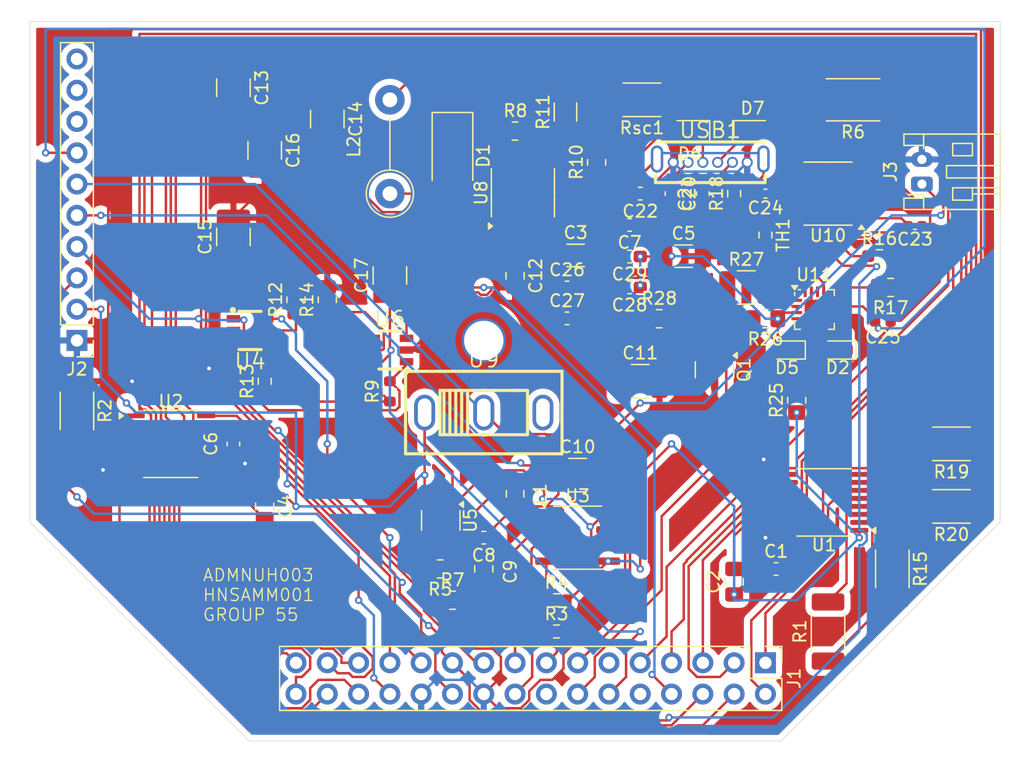
<source format=kicad_pcb>
(kicad_pcb (version 20241229) (generator "pcbnew") (generator_version "9.0")
  (layers (0 "F.Cu" signal) (2 "B.Cu" signal) (13 "F.Paste" user) (15 "B.Paste" user) (5 "F.SilkS" user "F.Silkscreen") (7 "B.SilkS" user "B.Silkscreen") (1 "F.Mask" user) (3 "B.Mask" user) (25 "Edge.Cuts" user))
  (net 0 "")
  (net 1 "5V Out")
  (net 2 "Net-(D1-A)")
  (net 3 "CTRL_EXT_LOAD2")
  (net 4 "MOTOR3_A_OUT ")
  (net 5 "MOTOR1_CTRL1")
  (net 6 "RESV")
  (net 7 "MOTOR1_CTRL2")
  (net 8 "USART2_TX")
  (net 9 "CTRL_EXT_LOAD1")
  (net 10 "MOTOR4_CTRL1 ")
  (net 11 "MOTOR3_CTRL2")
  (net 12 "GND")
  (net 13 "I2C1_SDA")
  (net 14 "BATTERY")
  (net 15 "Motor2_A_OUT")
  (net 16 "EXT_LOAD1_OUT ")
  (net 17 "MOTOR3_B_OUT ")
  (net 18 "Motor2_B_OUT")
  (net 19 "MOTOR3_CTRL1")
  (net 20 "EXT_LOAD2_OUT")
  (net 21 "MOTOR2_CTRL1 ")
  (net 22 "MOTOR1_B_OUT ")
  (net 23 "FAST_CHARGE_CTRL")
  (net 24 "I2C1_SCL")
  (net 25 "MOTOR4_CTRL2 ")
  (net 26 "Motor4_B_OUT ")
  (net 27 "MOTOR1_A_OUT")
  (net 28 "USART2_RX")
  (net 29 "HV")
  (net 30 "MOTOR2_CTRL2 ")
  (net 31 "Motor4_A_OUT")
  (net 32 "3V3 Out")
  (net 33 "Net-(Q1-S)")
  (net 35 "SWITCH_INPUT")
  (net 36 "Net-(U1-AISEN)")
  (net 37 "Net-(U1-VCP)")
  (net 38 "Net-(U1-VINT)")
  (net 39 "Net-(U2-VINT)")
  (net 41 "Net-(U2-VCP)")
  (net 42 "Net-(U2-AISEN)")
  (net 43 "Net-(U5-SW)")
  (net 44 "Net-(U5-FB)")
  (net 45 "Net-(U8-DC)")
  (net 46 "Net-(U8-Ipk)")
  (net 47 "Net-(U8-Vfb)")
  (net 48 "Net-(U8-TC)")
  (net 49 "Net-(U10-CFG1)")
  (net 50 "CC1")
  (net 52 "V_BUS")
  (net 55 "Net-(U10-VDD)")
  (net 56 "CC2")
  (net 58 "ChargerOut")
  (net 59 "Net-(U11-ILIM)")
  (net 61 "Net-(D2-K)")
  (net 62 "Net-(U11-ISET)")
  (net 63 "Net-(D5-K)")
  (net 64 "Net-(U11-TS)")
  (net 66 "USB C")
  (net 67 "Net-(D2-A)")
  (net 68 "Net-(D5-A)")
  (net 69 "FAULT_SIGNAL_1")
  (net 70 "Net-(U4-ILIM)")
  (net 71 "Net-(U6-ILIM)")
  (net 72 "Net-(C20-Pad1)")
  (net 73 "Net-(C21-Pad2)")
  (net 74 "Net-(C22-Pad2)")
  (net 75 "Net-(R1-Pad1)")
  (net 76 "Net-(R15-Pad1)")
  (footprint "Capacitor_SMD:C_0504_1310Metric_Pad0.83x1.28mm_HandSolder" (layer "F.Cu") (at 174.6325 87.136 180)
    (property "Reference" "C25")
    (property "Value" "4.7u")
  )
  (footprint "Resistor_SMD:R_0805_2012Metric_Pad1.20x1.40mm_HandSolder" (layer "F.Cu") (at 175.26 84.596 180)
    (property "Reference" "R17")
    (property "Value" "1.2K")
  )
  (footprint "LED_SMD:LED_0603_1608Metric" (layer "F.Cu") (at 170.9675 89.676 180)
    (property "Reference" "D2")
    (property "Value" "LED")
  )
  (footprint "Capacitor_SMD:C_0603_1608Metric_Pad1.08x0.95mm_HandSolder" (layer "F.Cu") (at 142.24 104.916 180)
    (property "Reference" "C8")
    (property "Value" "30p")
  )
  (footprint "Resistor_SMD:R_0603_1608Metric" (layer "F.Cu") (at 124.46 92.216 90)
    (property "Reference" "R13")
    (property "Value" "10k")
  )
  (footprint "Inductor_SMD:L_0805_2012Metric_Pad1.15x1.40mm_HandSolder" (layer "F.Cu") (at 144.78 101.351 -90)
    (property "Reference" "L1")
    (property "Value" "10u")
  )
  (footprint "PCBLIB_USB-TH_TYPE-C-6P-LCH10.0_2025-03-28:USB-TH_TYPE-C-6P-LCH10.0" (layer "F.Cu") (at 160.62 74.3011)
    (property "Reference" "USB1")
    (property "Value" "TYPE-C 6P LCH10.0")
  )
  (footprint "Capacitor_SMD:C_1206_3216Metric_Pad1.33x1.80mm_HandSolder" (layer "F.Cu") (at 158.4575 82.056)
    (property "Reference" "C5")
    (property "Value" "10u")
  )
  (footprint "Resistor_SMD:R_0603_1608Metric_Pad0.98x0.95mm_HandSolder" (layer "F.Cu") (at 174.3475 82.056)
    (property "Reference" "R16")
    (property "Value" "6.8K")
  )
  (footprint "Resistor_SMD:R_2010_5025Metric_Pad1.40x2.65mm_HandSolder" (layer "F.Cu") (at 109.22 94.616 -90)
    (property "Reference" "R2")
    (property "Value" "0.4")
  )
  (footprint "Resistor_SMD:R_0805_2012Metric_Pad1.20x1.40mm_HandSolder" (layer "F.Cu") (at 129.54 85.596 90)
    (property "Reference" "R14")
    (property "Value" "24k")
  )
  (footprint "Resistor_SMD:R_0805_2012Metric_Pad1.20x1.40mm_HandSolder" (layer "F.Cu") (at 165.1 87.136 180)
    (property "Reference" "R26")
    (property "Value" "1.2K")
  )
  (footprint "Resistor_SMD:R_2010_5025Metric_Pad1.40x2.65mm_HandSolder" (layer "F.Cu") (at 180.2 97.296 180)
    (property "Reference" "R19")
    (property "Value" "0.4")
  )
  (footprint "Resistor_SMD:R_0805_2012Metric_Pad1.20x1.40mm_HandSolder" (layer "F.Cu") (at 127 85.596 90)
    (property "Reference" "R12")
    (property "Value" "24k")
  )
  (footprint "Package_TO_SOT_SMD:SOT-23" (layer "F.Cu") (at 160.97 91.2785 -90)
    (property "Reference" "Q1")
    (property "Value" "2N7002")
  )
  (footprint "Capacitor_SMD:C_0603_1608Metric_Pad1.08x0.95mm_HandSolder" (layer "F.Cu") (at 154.0775 82.086 180)
    (property "Reference" "C29")
    (property "Value" "4.7u")
  )
  (footprint "Resistor_SMD:R_0603_1608Metric" (layer "F.Cu") (at 165.1 80.341 -90)
    (property "Reference" "TH1")
    (property "Value" "10k")
  )
  (footprint "Capacitor_SMD:C_0603_1608Metric_Pad1.08x0.95mm_HandSolder" (layer "F.Cu") (at 154.0775 84.596 180)
    (property "Reference" "C28")
    (property "Value" "4.7u")
  )
  (footprint "Capacitor_SMD:C_0402_1005Metric_Pad0.74x0.62mm_HandSolder" (layer "F.Cu") (at 165.1 76.976 180)
    (property "Reference" "C24")
    (property "Value" "1u")
  )
  (footprint "Capacitor_SMD:C_0805_2012Metric_Pad1.18x1.45mm_HandSolder" (layer "F.Cu") (at 124.46 102.376 -90)
    (property "Reference" "C4")
    (property "Value" "0.01u")
  )
  (footprint "Capacitor_SMD:C_0603_1608Metric_Pad1.08x0.95mm_HandSolder" (layer "F.Cu") (at 154.0775 79.516 180)
    (property "Reference" "C7")
    (property "Value" "4.7u")
  )
  (footprint "Connector_PinHeader_2.54mm:PinHeader_2x16_P2.54mm_Vertical" (layer "F.Cu") (at 165.1 115.076 -90)
    (property "Reference" "J1")
    (property "Value" "Conn_02x16_Odd_Even")
  )
  (footprint "Package_DFN_QFN:VQFN-16-1EP_3x3mm_P0.5mm_EP1.6x1.6mm" (layer "F.Cu") (at 169.0775 86.386)
    (property "Reference" "U11")
    (property "Value" "BQ24075RGT")
  )
  (footprint "Capacitor_SMD:C_0805_2012Metric" (layer "F.Cu") (at 142.24 107.456 -90)
    (property "Reference" "C9")
    (property "Value" "220p")
  )
  (footprint "Capacitor_SMD:C_0603_1608Metric_Pad1.08x0.95mm_HandSolder" (layer "F.Cu") (at 165.9625 107.456)
    (property "Reference" "C1")
    (property "Value" "2.2u")
  )
  (footprint "Capacitor_SMD:C_1210_3225Metric_Pad1.33x2.70mm_HandSolder" (layer "F.Cu") (at 134.62 83.6185 90)
    (property "Reference" "C17")
    (property "Value" "100u")
  )
  (footprint "Resistor_SMD:R_1206_3216Metric_Pad1.30x1.75mm_HandSolder" (layer "F.Cu") (at 148.87 70.346 90)
    (property "Reference" "R11")
    (property "Value" "30k")
  )
  (footprint "Resistor_SMD:R_0603_1608Metric" (layer "F.Cu") (at 134.62 93.041 90)
    (property "Reference" "R9")
    (property "Value" "10k")
  )
  (footprint "PCBLIB_SW-TH_3P-P4.80-HX-SS12D10G4_2025-03-27 (1):SW-TH_3P-P4.80-HX-SS12D10G4" (layer "F.Cu") (at 142.24 94.756)
    (property "Reference" "U9")
    (property "Value" "HX SS12D10G6")
  )
  (footprint "Capacitor_SMD:C_1210_3225Metric_Pad1.33x2.70mm_HandSolder" (layer "F.Cu") (at 121.92 68.3785 -90)
    (property "Reference" "C13")
    (property "Value" "100u")
  )
  (footprint "Resistor_SMD:R_0603_1608Metric" (layer "F.Cu") (at 148.145 112.536)
    (property "Reference" "R3")
    (property "Value" "1.8k")
  )
  (footprint "" (layer "F.Cu") (at 142.24 88.9)
    (property "Reference" "")
    (property "Value" "")
  )
  (footprint "Capacitor_SMD:C_0603_1608Metric_Pad1.08x0.95mm_HandSolder" (layer "F.Cu") (at 121.92 97.296 90)
    (property "Reference" "C6")
    (property "Value" "2.2u")
  )
  (footprint "Diode_SMD:D_SOD-323" (layer "F.Cu") (at 164.05 71.896)
    (property "Reference" "D7")
    (property "Value" "~")
  )
  (footprint "Package_SO:TSSOP-16_4.4x5mm_P0.65mm" (layer "F.Cu") (at 169.8575 102.051 180)
    (property "Reference" "U1")
    (property "Value" "DRV8833PW")
  )
  (footprint "Capacitor_SMD:C_0805_2012Metric_Pad1.18x1.45mm_HandSolder" (layer "F.Cu") (at 162.56 108.4935 90)
    (property "Reference" "C2")
    (property "Value" "0.01u")
  )
  (footprint "Diode_SMD:D_SOD-323" (layer "F.Cu") (at 158.97 71.896 180)
    (property "Reference" "D6")
    (property "Value" "~")
  )
  (footprint "Capacitor_SMD:C_0603_1608Metric_Pad1.08x0.95mm_HandSolder" (layer "F.Cu") (at 160.02 76.976 90)
    (property "Reference" "C21")
    (property "Value" "4.7u")
  )
  (footprint "Resistor_SMD:R_0805_2012Metric_Pad1.20x1.40mm_HandSolder" (layer "F.Cu") (at 138.7 107.456 180)
    (property "Reference" "R5")
    (property "Value" "56k")
  )
  (footprint "Capacitor_SMD:C_1210_3225Metric_Pad1.33x2.70mm_HandSolder" (layer "F.Cu") (at 129.54 70.9185 -90)
    (property "Reference" "C14")
    (property "Value" "10u")
  )
  (footprint "Resistor_SMD:R_2010_5025Metric_Pad1.40x2.65mm_HandSolder" (layer "F.Cu") (at 170.18 112.536 90)
    (property "Reference" "R1")
    (property "Value" "0.4")
  )
  (footprint "Resistor_SMD:R_1210_3225Metric_Pad1.30x2.65mm_HandSolder" (layer "F.Cu") (at 163.55 84.596)
    (property "Reference" "R27")
    (property "Value" "1.5k")
  )
  (footprint "Package_SO:SSOP-10-1EP_3.9x4.9mm_P1mm_EP2.1x3.3mm" (layer "F.Cu") (at 170.18 76.976 180)
    (property "Reference" "U10")
    (property "Value" "CH224K")
  )
  (footprint "Resistor_SMD:R_0805_2012Metric_Pad1.20x1.40mm_HandSolder" (layer "F.Cu") (at 156.48 87.136)
    (property "Reference" "R28")
    (property "Value" "2.9k")
  )
  (footprint "" (layer "F.Cu") (at 142.24 88.9)
    (property "Reference" "")
    (property "Value" "")
  )
  (footprint "Connector_PinHeader_2.54mm:PinHeader_1x10_P2.54mm_Vertical" (layer "F.Cu") (at 109.22 88.9 180)
    (property "Reference" "J2")
    (property "Value" "Conn_01x10_Pin")
  )
  (footprint "Capacitor_SMD:C_0603_1608Metric_Pad1.08x0.95mm_HandSolder" (layer "F.Cu") (at 148.9975 84.596)
    (property "Reference" "C26")
    (property "Value" "4.7u")
  )
  (footprint "Capacitor_SMD:C_1210_3225Metric_Pad1.33x2.70mm_HandSolder" (layer "F.Cu") (at 154.94 92.216)
    (property "Reference" "C11")
    (property "Value" "100u")
  )
  (footprint "Capacitor_SMD:C_0603_1608Metric_Pad1.08x0.95mm_HandSolder" (layer "F.Cu") (at 148.9975 87.106)
    (property "Reference" "C27")
    (property "Value" "4.7u")
  )
  (footprint "Capacitor_SMD:C_1210_3225Metric_Pad1.33x2.70mm_HandSolder" (layer "F.Cu") (at 121.92 80.4935 90)
    (property "Reference" "C15")
    (property "Value" "100u")
  )
  (footprint "Resistor_SMD:R_0603_1608Metric" (layer "F.Cu") (at 148.145 109.996)
    (property "Reference" "R4")
    (property "Value" "1.8k")
  )
  (footprint "Resistor_SMD:R_0805_2012Metric_Pad1.20x1.40mm_HandSolder" (layer "F.Cu") (at 144.78 71.896)
    (property "Reference" "R8")
    (property "Value" "200")
  )
  (footprint "Resistor_SMD:R_0603_1608Metric_Pad0.98x0.95mm_HandSolder" (layer "F.Cu") (at 162.56 76.976 90)
    (property "Reference" "R18")
    (property "Value" "1M")
  )
  (footprint "Capacitor_SMD:C_0402_1005Metric_Pad0.74x0.62mm_HandSolder" (layer "F.Cu") (at 177.2325 79.516 180)
    (property "Reference" "C23")
    (property "Value" "1u")
  )
  (footprint "Resistor_SMD:R_0805_2012Metric_Pad1.20x1.40mm_HandSolder" (layer "F.Cu") (at 139.7 109.996)
    (property "Reference" "R7")
    (property "Value" "10k")
  )
  (footprint "Resistor_SMD:R_2010_5025Metric_Pad1.40x2.65mm_HandSolder" (layer "F.Cu") (at 180.2 102.376 180)
    (property "Reference" "R20")
    (property "Value" "0.4")
  )
  (footprint "Resistor_SMD:R_0805_2012Metric_Pad1.20x1.40mm_HandSolder" (layer "F.Cu") (at 167.64 93.756 90)
    (property "Reference" "R25")
    (property "Value" "1.2k")
  )
  (footprint "LED_SMD:LED_0603_1608Metric" (layer "F.Cu") (at 166.8525 89.676 180)
    (property "Reference" "D5")
    (property "Value" "LED")
  )
  (footprint "Resistor_SMD:R_2010_5025Metric_Pad1.40x2.65mm_HandSolder" (layer "F.Cu") (at 155.08 69.356 180)
    (property "Reference" "Rsc1")
    (property "Value" "0.4")
  )
  (footprint "Capacitor_SMD:C_0603_1608Metric_Pad1.08x0.95mm_HandSolder" (layer "F.Cu") (at 157.48 76.976 -90)
    (property "Reference" "C20")
    (property "Value" "4.7u")
  )
  (footprint "Capacitor_SMD:C_1210_3225Metric_Pad1.33x2.70mm_HandSolder" (layer "F.Cu") (at 124.46 73.4585 -90)
    (property "Reference" "C16")
    (property "Value" "10u")
  )
  (footprint "Package_TO_SOT_SMD:SOT-23-5" (layer "F.Cu") (at 138.75 103.5135 -90)
    (property "Reference" "U5")
    (property "Value" "TPS62200DBV")
  )
  (footprint "Resistor_SMD:R_2512_6332Metric_Pad1.40x3.35mm_HandSolder" (layer "F.Cu") (at 172.21 69.356 180)
    (property "Reference" "R6")
    (property "Value" "0.1")
  )
  (footprint "Package_SO:SOIC-8_3.9x4.9mm_P1.27mm" (layer "F.Cu") (at 145.415 76.911 90)
    (property "Reference" "U8")
    (property "Value" "MC33063AD")
  )
  (footprint "Package_SO:SOIC-8_3.9x4.9mm_P1.27mm" (layer "F.Cu") (at 149.86 104.916)
    (property "Reference" "U3")
    (property "Value" "INA219AxD")
  )
  (footprint "Diode_SMD:D_SMA" (layer "F.Cu") (at 139.7 73.896 -90)
    (property "Reference" "D1")
    (property "Value" "1N5819")
  )
  (footprint "Capacitor_SMD:C_0805_2012Metric" (layer "F.Cu") (at 144.78 83.646 -90)
    (property "Reference" "C12")
    (property "Value" "1n")
  )
  (footprint "Resistor_SMD:R_2010_5025Metric_Pad1.40x2.65mm_HandSolder" (layer "F.Cu") (at 175.4 107.456 -90)
    (property "Reference" "R15")
    (property "Value" "0.4")
  )
  (footprint "Package_SO:TSSOP-16_4.4x5mm_P0.65mm" (layer "F.Cu") (at 116.84 97.296)
    (property "Reference" "U2")
    (property "Value" "DRV8833PW")
  )
  (footprint "Capacitor_SMD:C_0603_1608Metric_Pad1.08x0.95mm_HandSolder" (layer "F.Cu") (at 154.94 76.976 180)
    (property "Reference" "C22")
    (property "Value" "0.47u")
  )
  (footprint "Capacitor_SMD:C_1206_3216Metric_Pad1.33x1.80mm_HandSolder" (layer "F.Cu") (at 149.6975 81.996)
    (property "Reference" "C3")
    (property "Value" "10u")
  )
  (footprint "PCBLIB_SOT-23-6_L2.9-W1.6-P0.95-LS2.8-BR_2025-03-28:SOT-23-6_L2.9-W1.6-P0.95-LS2.8-BR" (layer "F.Cu") (at 123.27 88.086 180)
    (property "Reference" "U4")
    (property "Value" "TPS2553DBVR")
  )
  (footprint "Resistor_SMD:R_0805_2012Metric_Pad1.20x1.40mm_HandSolder" (layer "F.Cu") (at 151.4 74.436 90)
    (property "Reference" "R10")
    (property "Value" "10k")
  )
  (footprint "Capacitor_SMD:C_1210_3225Metric_Pad1.33x2.70mm_HandSolder" (layer "F.Cu") (at 149.86 99.836)
    (property "Reference" "C10")
    (property "Value" "10u")
  )
  (footprint "Connector_JST:JST_PH_S2B-PH-K_1x02_P2.00mm_Horizontal" (layer "F.Cu") (at 177.8 76.2 90)
    (property "Reference" "J3")
    (property "Value" "Conn_01x02")
  )
  (footprint "Resistor_THT:R_Axial_DIN0411_L9.9mm_D3.6mm_P7.62mm_Vertical" (layer "F.Cu") (at 134.62 76.976 90)
    (property "Reference" "L2")
    (property "Value" "100u")
  )
  (footprint "PCBLIB_SOT-23-6_L2.9-W1.6-P0.95-LS2.8-BR_2025-03-28:SOT-23-6_L2.9-W1.6-P0.95-LS2.8-BR" (layer "F.Cu") (at 134.62 89.676)
    (property "Reference" "U6")
    (property "Value" "TPS2553DBVR")
  )
  (gr_line (start 166.37 121.426) (end 184.15 103.646) (stroke (width 0.05)) (layer "Edge.Cuts"))
  (gr_line (start 105.41 103.646) (end 123.19 121.426) (stroke (width 0.05)) (layer "Edge.Cuts"))
  (gr_line (start 123.19 121.426) (end 166.37 121.426) (stroke (width 0.05)) (layer "Edge.Cuts"))
  (gr_line (start 184.15 103.646) (end 184.15 63.006) (stroke (width 0.05)) (layer "Edge.Cuts"))
  (gr_line (start 105.41 63.006) (end 105.41 103.646) (stroke (width 0.05)) (layer "Edge.Cuts"))
  (gr_line (start 184.15 63.006) (end 105.41 63.006) (stroke (width 0.05)) (layer "Edge.Cuts"))
  (gr_text "ADMNUH003\nHNSAMM001\nGROUP 55" (at 119.38 111.76 0) (layer "F.SilkS") (effects (font (size 1 1) (thickness 0.1)) (justify left bottom)))
  (segment (start 124.753633 94.567) (end 135.108064 94.567) (width 0.2) (layer "F.Cu") (net 1))
  (segment (start 139.7 71.896) (end 132.08 71.896) (width 0.2) (layer "F.Cu") (net 1))
  (segment (start 121.92 87.136) (end 122.67 87.136) (width 0.2) (layer "F.Cu") (net 1))
  (segment (start 137.398 109.47694) (end 137.398 110.84726) (width 0.2) (layer "F.Cu") (net 1))
  (segment (start 119.38 74.01766) (end 119.29713 74.10053) (width 0.2) (layer "F.Cu") (net 1))
  (segment (start 142.19384 71.896) (end 139.7 71.896) (width 0.2) (layer "F.Cu") (net 1))
  (segment (start 124.46 69.356) (end 121.92 66.816) (width 0.2) (layer "F.Cu") (net 1))
  (segment (start 135.97 90.866) (end 134.62 92.216) (width 0.2) (layer "F.Cu") (net 1))
  (segment (start 135.396 94.279064) (end 135.396 92.992) (width 0.2) (layer "F.Cu") (net 1))
  (segment (start 122.67 87.136) (end 122.771 87.237) (width 0.2) (layer "F.Cu") (net 1))
  (segment (start 148.87 68.796) (end 145.29384 68.796) (width 0.2) (layer "F.Cu") (net 1))
  (segment (start 121.92 66.816) (end 119.38 69.356) (width 0.2) (layer "F.Cu") (net 1))
  (segment (start 135.396 92.992) (end 134.62 92.216) (width 0.2) (layer "F.Cu") (net 1))
  (segment (start 145.29384 68.796) (end 142.19384 71.896) (width 0.2) (layer "F.Cu") (net 1))
  (segment (start 129.54 69.356) (end 124.46 69.356) (width 0.2) (layer "F.Cu") (net 1))
  (segment (start 119.29713 87.136) (end 119.29713 91.37607) (width 0.2) (layer "F.Cu") (net 1))
  (segment (start 124.46 71.896) (end 124.46 69.356) (width 0.2) (layer "F.Cu") (net 1))
  (segment (start 137.398 110.84726) (end 141.62674 115.076) (width 0.2) (layer "F.Cu") (net 1))
  (segment (start 132.08 71.896) (end 129.54 69.356) (width 0.2) (layer "F.Cu") (net 1))
  (segment (start 135.108064 94.567) (end 135.396 94.279064) (width 0.2) (layer "F.Cu") (net 1))
  (segment (start 141.62674 115.076) (end 142.24 115.076) (width 0.2) (layer "F.Cu") (net 1))
  (segment (start 119.38 69.356) (end 119.38 74.01766) (width 0.2) (layer "F.Cu") (net 1))
  (segment (start 122.771 89.702) (end 124.46 91.391) (width 0.2) (layer "F.Cu") (net 1))
  (segment (start 119.29713 74.10053) (end 119.29713 87.136) (width 0.2) (layer "F.Cu") (net 1))
  (segment (start 123.56853 93.381897) (end 124.753633 94.567) (width 0.2) (layer "F.Cu") (net 1))
  (segment (start 122.771 89.702) (end 122.771 87.237) (width 0.2) (layer "F.Cu") (net 1))
  (segment (start 119.29713 91.37607) (end 137.398 109.47694) (width 0.2) (layer "F.Cu") (net 1))
  (segment (start 135.97 90.626) (end 135.97 90.866) (width 0.2) (layer "F.Cu") (net 1))
  (segment (start 123.56853 92.28247) (end 123.56853 93.381897) (width 0.2) (layer "F.Cu") (net 1))
  (segment (start 124.46 91.391) (end 123.56853 92.28247) (width 0.2) (layer "F.Cu") (net 1))
  (segment (start 119.29713 87.136) (end 119.09813 87.136) (width 0.2) (layer "F.Cu") (net 1))
  (via (at 119.09813 87.136) (size 0.6) (drill 0.3) (layers "F.Cu" "B.Cu") (net 1))
  (via (at 122.771 87.237) (size 0.6) (drill 0.3) (layers "F.Cu" "B.Cu") (net 1))
  (segment (start 115.076 87.136) (end 119.09813 87.136) (width 0.2) (layer "B.Cu") (net 1))
  (segment (start 109.22 81.28) (end 115.076 87.136) (width 0.2) (layer "B.Cu") (net 1))
  (segment (start 119.19913 87.237) (end 119.09813 87.136) (width 0.2) (layer "B.Cu") (net 1))
  (segment (start 122.771 87.237) (end 119.19913 87.237) (width 0.2) (layer "B.Cu") (net 1))
  (segment (start 139.7 75.896) (end 140.02 75.896) (width 0.2) (layer "F.Cu") (net 2))
  (segment (start 134.62 76.976) (end 138.62 76.976) (width 0.2) (layer "F.Cu") (net 2))
  (segment (start 140.02 75.896) (end 143.51 79.386) (width 0.2) (layer "F.Cu") (net 2))
  (segment (start 138.62 76.976) (end 139.7 75.896) (width 0.2) (layer "F.Cu") (net 2))
  (segment (start 138.924 84.596) (end 142.24 84.596) (width 0.2) (layer "F.Cu") (net 3))
  (segment (start 157.48 117.616) (end 155.894596 116.030596) (width 0.2) (layer "F.Cu") (net 3))
  (segment (start 135.97 87.55) (end 138.924 84.596) (width 0.2) (layer "F.Cu") (net 3))
  (segment (start 135.97 88.726) (end 135.97 87.55) (width 0.2) (layer "F.Cu") (net 3))
  (segment (start 142.24 84.596) (end 142.369586 84.725586) (width 0.2) (layer "F.Cu") (net 3))
  (via (at 155.894596 116.030596) (size 0.6) (drill 0.3) (layers "F.Cu" "B.Cu") (net 3))
  (via (at 142.24 84.596) (size 0.6) (drill 0.3) (layers "F.Cu" "B.Cu") (net 3))
  (segment (start 143.016 84.596) (end 142.24 84.596) (width 0.2) (layer "B.Cu") (net 3))
  (segment (start 156.091 97.671) (end 143.016 84.596) (width 0.2) (layer "B.Cu") (net 3))
  (segment (start 156.091 115.834192) (end 156.091 97.671) (width 0.2) (layer "B.Cu") (net 3))
  (segment (start 155.894596 116.030596) (end 156.091 115.834192) (width 0.2) (layer "B.Cu") (net 3))
  (segment (start 128.151 117.13924) (end 128.151 118.09276) (width 0.2) (layer "F.Cu") (net 4))
  (segment (start 128.82524 116.465) (end 128.151 117.13924) (width 0.2) (layer "F.Cu") (net 4))
  (segment (start 127.47676 118.767) (end 123.082242 118.767) (width 0.2) (layer "F.Cu") (net 4))
  (segment (start 132.08 117.616) (end 130.929 116.465) (width 0.2) (layer "F.Cu") (net 4))
  (segment (start 115.917999 111.602757) (end 115.917999 96.874) (width 0.2) (layer "F.Cu") (net 4))
  (segment (start 130.929 116.465) (end 128.82524 116.465) (width 0.2) (layer "F.Cu") (net 4))
  (segment (start 123.082242 118.767) (end 115.917999 111.602757) (width 0.2) (layer "F.Cu") (net 4))
  (segment (start 114.714999 95.671) (end 113.9775 95.671) (width 0.2) (layer "F.Cu") (net 4))
  (segment (start 128.151 118.09276) (end 127.47676 118.767) (width 0.2) (layer "F.Cu") (net 4))
  (segment (start 115.917999 96.874) (end 114.714999 95.671) (width 0.2) (layer "F.Cu") (net 4))
  (segment (start 181.397 64.81) (end 181.397 85.93449) (width 0.2) (layer "F.Cu") (net 5))
  (segment (start 119.514542 113.498) (end 117.120999 111.104457) (width 0.2) (layer "F.Cu") (net 5))
  (segment (start 117.120999 96.3757) (end 116.038 95.292701) (width 0.2) (layer "F.Cu") (net 5))
  (segment (start 130.01676 113.925) (end 129.06324 113.925) (width 0.2) (layer "F.Cu") (net 5))
  (segment (start 116.038 94.443578) (end 115.312422 93.718) (width 0.2) (layer "F.Cu") (net 5))
  (segment (start 130.691 114.59924) (end 130.01676 113.925) (width 0.2) (layer "F.Cu") (net 5))
  (segment (start 129.06324 113.925) (end 128.63624 113.498) (width 0.2) (layer "F.Cu") (net 5))
  (segment (start 115.312422 93.718) (end 115.312422 64.81) (width 0.2) (layer "F.Cu") (net 5))
  (segment (start 168.45437 103.604129) (end 167.732499 104.326) (width 0.2) (layer "F.Cu") (net 5))
  (segment (start 117.120999 111.104457) (end 117.120999 96.3757) (width 0.2) (layer "F.Cu") (net 5))
  (segment (start 128.63624 113.498) (end 119.514542 113.498) (width 0.2) (layer "F.Cu") (net 5))
  (segment (start 168.45437 98.87712) (end 168.45437 103.604129) (width 0.2) (layer "F.Cu") (net 5))
  (segment (start 132.08 115.076) (end 130.691 115.076) (width 0.2) (layer "F.Cu") (net 5))
  (segment (start 115.312422 64.81) (end 181.397 64.81) (width 0.2) (layer "F.Cu") (net 5))
  (segment (start 130.691 115.076) (end 130.691 114.59924) (width 0.2) (layer "F.Cu") (net 5))
  (segment (start 167.732499 104.326) (end 166.995 104.326) (width 0.2) (layer "F.Cu") (net 5))
  (segment (start 181.397 85.93449) (end 168.45437 98.87712) (width 0.2) (layer "F.Cu") (net 5))
  (segment (start 116.038 95.292701) (end 116.038 94.443578) (width 0.2) (layer "F.Cu") (net 5))
  (segment (start 168.05337 103.275) (end 167.65237 103.676) (width 0.2) (layer "F.Cu") (net 7))
  (segment (start 116.439 67.33593) (end 116.84 66.93493) (width 0.2) (layer "F.Cu") (net 7))
  (segment (start 132.55676 116.227) (end 131.60324 116.227) (width 0.2) (layer "F.Cu") (net 7))
  (segment (start 119.680642 113.097) (end 117.521999 110.938357) (width 0.2) (layer "F.Cu") (net 7))
  (segment (start 133.231 114.59924) (end 133.231 115.55276) (width 0.2) (layer "F.Cu") (net 7))
  (segment (start 133.231 114.59924) (end 131.72876 113.097) (width 0.2) (layer "F.Cu") (net 7))
  (segment (start 180.996 85.76839) (end 168.05337 98.71102) (width 0.2) (layer "F.Cu") (net 7))
  (segment (start 131.60324 116.227) (end 131.30224 115.926) (width 0.2) (layer "F.Cu") (net 7))
  (segment (start 167.65237 103.676) (end 166.995 103.676) (width 0.2) (layer "F.Cu") (net 7))
  (segment (start 116.84 65.211) (end 180.996 65.211) (width 0.2) (layer "F.Cu") (net 7))
  (segment (start 117.521999 96.2096) (end 116.439 95.126601) (width 0.2) (layer "F.Cu") (net 7))
  (segment (start 130.39 115.926) (end 129.54 115.076) (width 0.2) (layer "F.Cu") (net 7))
  (segment (start 133.231 115.55276) (end 132.55676 116.227) (width 0.2) (layer "F.Cu") (net 7))
  (segment (start 168.05337 98.71102) (end 168.05337 103.275) (width 0.2) (layer "F.Cu") (net 7))
  (segment (start 131.72876 113.097) (end 119.680642 113.097) (width 0.2) (layer "F.Cu") (net 7))
  (segment (start 131.30224 115.926) (end 130.39 115.926) (width 0.2) (layer "F.Cu") (net 7))
  (segment (start 116.84 66.93493) (end 116.84 65.211) (width 0.2) (layer "F.Cu") (net 7))
  (segment (start 116.439 95.126601) (end 116.439 67.33593) (width 0.2) (layer "F.Cu") (net 7))
  (segment (start 180.996 65.211) (end 180.996 85.76839) (width 0.2) (layer "F.Cu") (net 7))
  (segment (start 117.521999 110.938357) (end 117.521999 96.2096) (width 0.2) (layer "F.Cu") (net 7))
  (segment (start 126.4329 100.4031) (end 126.292185 100.543815) (width 0.2) (layer "F.Cu") (net 9))
  (segment (start 134.62 117.616) (end 133.17743 116.17343) (width 0.2) (layer "F.Cu") (net 9))
  (segment (start 121.92 92.86474) (end 125.40563 96.35037) (width 0.2) (layer "F.Cu") (net 9))
  (segment (start 132.08 109.996) (end 132.08 106.0502) (width 0.2) (layer "F.Cu") (net 9))
  (segment (start 125.40563 96.35037) (end 125.546345 96.209655) (width 0.2) (layer "F.Cu") (net 9))
  (segment (start 121.92 89.036) (end 121.92 92.86474) (width 0.2) (layer "F.Cu") (net 9))
  (segment (start 133.17743 116.17343) (end 133.318145 116.314145) (width 0.2) (layer "F.Cu") (net 9))
  (segment (start 132.08 106.0502) (end 126.4329 100.4031) (width 0.2) (layer "F.Cu") (net 9))
  (via (at 132.08 109.996) (size 0.6) (drill 0.3) (layers "F.Cu" "B.Cu") (net 9))
  (via (at 125.546345 96.209655) (size 0.6) (drill 0.3) (layers "F.Cu" "B.Cu") (net 9))
  (via (at 133.318145 116.314145) (size 0.6) (drill 0.3) (layers "F.Cu" "B.Cu") (net 9))
  (via (at 126.292185 100.543815) (size 0.6) (drill 0.3) (layers "F.Cu" "B.Cu") (net 9))
  (via (at 126.292185 100.543815) (size 0.6) (drill 0.3) (layers "F.Cu" "B.Cu") (net 9))
  (segment (start 133.318145 111.234145) (end 132.08 109.996) (width 0.2) (layer "B.Cu") (net 9))
  (segment (start 126.292185 96.955495) (end 125.546345 96.209655) (width 0.2) (layer "B.Cu") (net 9))
  (segment (start 133.318145 116.314145) (end 133.318145 111.234145) (width 0.2) (layer "B.Cu") (net 9))
  (segment (start 126.292185 100.543815) (end 126.292185 96.955495) (width 0.2) (layer "B.Cu") (net 9))
  (segment (start 157.48 112.536) (end 158.468 111.548) (width 0.2) (layer "F.Cu") (net 10))
  (segment (start 158.7029 106.84363) (end 158.7029 106.76073) (width 0.2) (layer "F.Cu") (net 10))
  (segment (start 118.664 99.18987) (end 118.89613 99.422) (width 0.2) (layer "F.Cu") (net 10))
  (segment (start 118.664 99.18987) (end 117.922999 98.448869) (width 0.2) (layer "F.Cu") (net 10))
  (segment (start 118.965001 99.571) (end 119.7025 99.571) (width 0.2) (layer "F.Cu") (net 10))
  (segment (start 166.18863 99.275) (end 167.65237 99.275) (width 0.2) (layer "F.Cu") (net 10))
  (segment (start 117.922999 95.062999) (end 116.84 93.98) (width 0.2) (layer "F.Cu") (net 10))
  (segment (start 119.114001 99.422) (end 118.965001 99.571) (width 0.2) (layer "F.Cu") (net 10))
  (segment (start 158.7029 106.76073) (end 166.18863 99.275) (width 0.2) (layer "F.Cu") (net 10))
  (segment (start 118.89613 99.422) (end 119.114001 99.422) (width 0.2) (layer "F.Cu") (net 10))
  (segment (start 167.65237 99.275) (end 167.65237 98.54492) (width 0.2) (layer "F.Cu") (net 10))
  (segment (start 167.65237 98.54492) (end 180.34 85.85729) (width 0.2) (layer "F.Cu") (net 10))
  (segment (start 118.73003 65.612) (end 116.84 67.50203) (width 0.2) (layer "F.Cu") (net 10))
  (segment (start 118.664 99.187099) (end 118.664 99.18987) (width 0.2) (layer "F.Cu") (net 10))
  (segment (start 157.48 115.076) (end 157.48 112.536) (width 0.2) (layer "F.Cu") (net 10))
  (segment (start 158.468 107.07853) (end 158.7029 106.84363) (width 0.2) (layer "F.Cu") (net 10))
  (segment (start 180.34 85.85729) (end 180.34 65.612) (width 0.2) (layer "F.Cu") (net 10))
  (segment (start 158.468 111.548) (end 158.468 107.07853) (width 0.2) (layer "F.Cu") (net 10))
  (segment (start 180.34 65.612) (end 118.73003 65.612) (width 0.2) (layer "F.Cu") (net 10))
  (segment (start 117.922999 98.448869) (end 117.922999 95.062999) (width 0.2) (layer "F.Cu") (net 10))
  (segment (start 116.84 67.50203) (end 116.84 93.98) (width 0.2) (layer "F.Cu") (net 10))
  (segment (start 134.62 108.0231) (end 122.2679 95.671) (width 0.2) (layer "F.Cu") (net 11))
  (segment (start 134.62 115.076) (end 134.62 108.0231) (width 0.2) (layer "F.Cu") (net 11))
  (segment (start 122.2679 95.671) (end 119.7025 95.671) (width 0.2) (layer "F.Cu") (net 11))
  (segment (start 171.3149 90.452) (end 171.0165 90.1536) (width 0.2) (layer "F.Cu") (net 12))
  (segment (start 164.5325 76.976) (end 164.5325 77.286) (width 0.2) (layer "F.Cu") (net 12))
  (segment (start 124.46 75.021) (end 127 75.021) (width 0.2) (layer "F.Cu") (net 12))
  (segment (start 146.84324 116.465) (end 145.931 117.37724) (width 0.2) (layer "F.Cu") (net 12))
  (segment (start 151.4 77.701) (end 153.215 79.516) (width 0.2) (layer "F.Cu") (net 12))
  (segment (start 137.16 77.561) (end 136.289 78.432) (width 0.2) (layer "F.Cu") (net 12))
  (segment (start 162.092866 78.677) (end 161.784 78.368134) (width 0.2) (layer "F.Cu") (net 12))
  (segment (start 165.1 71.896) (end 163.6199 73.3761) (width 0.2) (layer "F.Cu") (net 12))
  (segment (start 165.2661 69.426) (end 160.39 69.426) (width 0.2) (layer "F.Cu") (net 12))
  (segment (start 166.257501 102.376) (end 165.1 103.533501) (width 0.2) (layer "F.Cu") (net 12))
  (segment (start 142.24 108.406) (end 140.7 109.946) (width 0.2) (layer "F.Cu") (net 12))
  (segment (start 175.26 82.056) (end 175.26 83.596) (width 0.2) (layer "F.Cu") (net 12))
  (segment (start 153.710999 109.359241) (end 148.709 114.36124) (width 0.2) (layer "F.Cu") (net 12))
  (segment (start 175.26 85.596) (end 176.26 84.596) (width 0.2) (layer "F.Cu") (net 12))
  (segment (start 155.48 85.82) (end 157.48 83.82) (width 0.2) (layer "F.Cu") (net 12))
  (segment (start 170.18 76.976) (end 170.18 78.801) (width 0.2) (layer "F.Cu") (net 12))
  (segment (start 142.488943 85.197) (end 142.841 84.844943) (width 0.2) (layer "F.Cu") (net 12))
  (segment (start 119.69813 87.136) (end 119.69813 74.26663) (width 0.2) (layer "F.Cu") (net 12))
  (segment (start 154.949 83.82) (end 157.48 83.82) (width 0.2) (layer "F.Cu") (net 12))
  (segment (start 156.5025 88.1585) (end 155.48 87.136) (width 0.2) (layer "F.Cu") (net 12))
  (segment (start 121.92 98.1585) (end 120.7325 96.971) (width 0.2) (layer "F.Cu") (net 12))
  (segment (start 121.92 98.1585) (end 121.92 98.2314) (width 0.2) (layer "F.Cu") (net 12))
  (segment (start 155.8025 76.976) (end 155.8025 76.396385) (width 0.2) (layer "F.Cu") (net 12))
  (segment (start 175.26 87.136) (end 175.26 85.596) (width 0.2) (layer "F.Cu") (net 12))
  (segment (start 178.4685 81.3875) (end 177.8 82.056) (width 0.2) (layer "F.Cu") (net 12))
  (segment (start 168.3275 87.136) (end 169.0775 86.386) (width 0.2) (layer "F.Cu") (net 12))
  (segment (start 109.22 92.216) (end 107.594 93.842) (width 0.2) (layer "F.Cu") (net 12))
  (segment (start 163.1415 78.677) (end 162.092866 78.677) (width 0.2) (layer "F.Cu") (net 12))
  (segment (start 153.991 83.82) (end 154.949 83.82) (width 0.2) (layer "F.Cu") (net 12))
  (segment (start 157.92 71.896) (end 157.92 74.136) (width 0.2) (layer "F.Cu") (net 12))
  (segment (start 147.32 79.039032) (end 147.32 79.386) (width 0.2) (layer "F.Cu") (net 12))
  (segment (start 136.733 89.327) (end 136.821 89.327) (width 0.2) (layer "F.Cu") (net 12))
  (segment (start 119.781 72.08) (end 121.92 69.941) (width 0.2) (layer "F.Cu") (net 12))
  (segment (start 156.5025 92.216) (end 156.5025 88.1585) (width 0.2) (layer "F.Cu") (net 12))
  (segment (start 119.781 73.85156) (end 119.781 72.08) (width 0.2) (layer "F.Cu") (net 12))
  (segment (start 145.081001 78.11) (end 146.390968 78.11) (width 0.2) (layer "F.Cu") (net 12))
  (segment (start 165.1 103.533501) (end 165.1 107.456) (width 0.2) (layer "F.Cu") (net 12))
  (segment (start 127 75.021) (end 129.54 72.481) (width 0.2) (layer "F.Cu") (net 12))
  (segment (start 120.7325 96.971) (end 119.7025 96.971) (width 0.2) (layer "F.Cu") (net 12))
  (segment (start 156.5025 92.216) (end 160.02 92.216) (width 0.2) (layer "F.Cu") (net 12))
  (segment (start 144.78 79.732968) (end 144.78 79.386) (width 0.2) (layer "F.Cu") (net 12))
  (segment (start 149.86 83.396) (end 151.26 81.996) (width 0.2) (layer "F.Cu") (net 12))
  (segment (start 137.799 110.68116) (end 138.11484 110.997) (width 0.2) (layer "F.Cu") (net 12))
  (segment (start 170.18 78.801) (end 171.907 80.528) (width 0.2) (layer "F.Cu") (net 12))
  (segment (start 141.063 84.997) (end 141.791057 84.997) (width 0.2) (layer "F.Cu") (net 12))
  (segment (start 146.410001 103.011) (end 147.385 103.011) (width 0.2) (layer "F.Cu") (net 12))
  (segment (start 119.781 74.18376) (end 119.781 73.85156) (width 0.2) (layer "F.Cu") (net 12))
  (segment (start 174.362 74.558) (end 178.4685 78.6645) (width 0.2) (layer "F.Cu") (net 12))
  (segment (start 167.64 87.136) (end 168.3275 87.136) (width 0.2) (layer "F.Cu") (net 12))
  (segment (start 109.22 88.9) (end 109.22 92.216) (width 0.2) (layer "F.Cu") (net 12))
  (segment (start 137.799 110.68116) (end 141.04284 113.925) (width 0.2) (layer "F.Cu") (net 12))
  (segment (start 172.584 90.452) (end 171.3149 90.452) (width 0.2) (layer "F.Cu") (net 12))
  (segment (start 139.699 110.997) (end 140.7 109.996) (width 0.2) (layer "F.Cu") (net 12))
  (segment (start 142.841 84.844943) (end 142.841 84.596) (width 0.2) (layer "F.Cu") (net 12))
  (segment (start 141.04284 113.925) (end 142.95476 113.925) (width 0.2) (layer "F.Cu") (net 12))
  (segment (start 145.931 118.09276) (end 145.25676 118.767) (width 0.2) (layer "F.Cu") (net 12))
  (segment (start 137.799 109.31084) (end 119.69813 91.20997) (width 0.2) (layer "F.Cu") (net 12))
  (segment (start 138.75 102.376) (end 138.75 103.078468) (width 0.2) (layer "F.Cu") (net 12))
  (segment (start 164.5325 76.976) (end 164.5325 78.9485) (width 0.2) (layer "F.Cu") (net 12))
  (segment (start 148.709 114.36124) (end 148.709 115.55276) (width 0.2) (layer "F.Cu") (net 12))
  (segment (start 138.140968 103.6875) (end 137.459032 103.6875) (width 0.2) (layer "F.Cu") (net 12))
  (segment (start 182.6 63.607) (end 182.6 97.296) (width 0.2) (layer "F.Cu") (net 12))
  (segment (start 144.78 84.596) (end 143.754 83.57) (width 0.2) (layer "F.Cu") (net 12))
  (segment (start 163.6199 73.3761) (end 163.6199 74.436) (width 0.2) (layer "F.Cu") (net 12))
  (segment (start 136.244 78.477) (end 136.289 78.432) (width 0.2) (layer "F.Cu") (net 12))
  (segment (start 138.75 103.078468) (end 138.140968 103.6875) (width 0.2) (layer "F.Cu") (net 12))
  (segment (start 153.215 84.596) (end 153.991 83.82) (width 0.2) (layer "F.Cu") (net 12))
  (segment (start 160.39 69.426) (end 157.92 71.896) (width 0.2) (layer "F.Cu") (net 12))
  (segment (start 171.0165 90.1536) (end 171.0165 89.0125) (width 0.2) (layer "F.Cu") (net 12))
  (segment (start 108.93645 99.55245) (end 111.47645 99.55245) (width 0.2) (layer "F.Cu") (net 12))
  (segment (start 144.78 78.411001) (end 145.081001 78.11) (width 0.2) (layer "F.Cu") (net 12))
  (segment (start 137.16 77.561) (end 140.261 80.662) (width 0.2) (layer "F.Cu") (net 12))
  (segment (start 121.92 88.086) (end 120.64813 88.086) (width 0.2) (layer "F.Cu") (net 12))
  (segment (start 153.309999 105.551) (end 153.710999 105.952) (width 0.2) (layer "F.Cu") (net 12))
  (segment (start 109.22 92.216) (end 111.76 92.216) (width 0.2) (layer "F.Cu") (net 12))
  (segment (start 136.384 89.676) (end 136.733 89.327) (width 0.2) (layer "F.Cu") (net 12))
  (segment (start 141.791057 84.997) (end 141.991057 85.197) (width 0.2) (layer "F.Cu") (net 12))
  (segment (start 157.92 74.136) (end 157.62 74.436) (width 0.2) (layer "F.Cu") (net 12))
  (segment (start 111.76 92.216) (end 113.7 92.216) (width 0.2) (layer "F.Cu") (net 12))
  (segment (start 121.92 98.2314) (end 122.7223 99.0337) (width 0.2) (layer "F.Cu") (net 12))
  (segment (start 143.754 83.57) (end 143.754 80.758968) (width 0.2) (layer "F.Cu") (net 12))
  (segment (start 160.02 82.056) (end 162.56 79.516) (width 0.2) (layer "F.Cu") (net 12))
  (segment (start 166.995 102.376) (end 166.257501 102.376) (width 0.2) (layer "F.Cu") (net 12))
  (segment (start 136.799 104.347532) (end 136.799 108.31084) (width 0.2) (layer "F.Cu") (net 12))
  (segment (start 146.390968 78.11) (end 147.32 79.039032) (width 0.2) (layer "F.Cu") (net 12))
  (segment (start 135.97 89.676) (end 136.384 89.676) (width 0.2) (layer "F.Cu") (net 12))
  (segment (start 122.7223 99.0337) (end 122.863015 98.892985) (width 0.2) (layer "F.Cu") (net 12))
  (segment (start 160.02 92.216) (end 160.97 92.216) (width 0.2) (layer "F.Cu") (net 12))
  (segment (start 162.56 76.0635) (end 162.56 75.4959) (width 0.2) (layer "F.Cu") (net 12))
  (segment (start 151.4 75.436) (end 151.27 75.436) (width 0.2) (layer "F.Cu") (net 12))
  (segment (start 169.7765 87.7725) (end 169.7765 87.085) (width 0.2) (layer "F.Cu") (net 12))
  (segment (start 177.8 82.056) (end 175.26 82.056) (width 0.2) (layer "F.Cu") (net 12))
  (segment (start 161.784 78.368134) (end 161.784 76.8395) (width 0.2) (layer "F.Cu") (net 12))
  (segment (start 162.56 75.4959) (end 163.6199 74.436) (width 0.2) (layer "F.Cu") (net 12))
  (segment (start 121.92 72.481) (end 124.46 75.021) (width 0.2) (layer "F.Cu") (net 12))
  (segment (start 142.841 84.596) (end 144.78 84.596) (width 0.2) (layer "F.Cu") (net 12))
  (segment (start 157.48 83.82) (end 158.256 83.82) (width 0.2) (layer "F.Cu") (net 12))
  (segment (start 151.27 75.436) (end 147.32 79.386) (width 0.2) (layer "F.Cu") (net 12))
  (segment (start 107.594 93.842) (end 107.594 98.21) (width 0.2) (layer "F.Cu") (net 12))
  (segment (start 175.26 82.056) (end 175.26 87.776) (width 0.2) (layer "F.Cu") (net 12))
  (segment (start 170.18 74.3399) (end 165.2661 69.426) (width 0.2) (layer "F.Cu") (net 12))
  (segment (start 168.3275 87.8235) (end 168.3275 87.136) (width 0.2) (layer "F.Cu") (net 12))
  (segment (start 142.24 108.406) (end 143.266 107.38) (width 0.2) (layer "F.Cu") (net 12))
  (segment (start 162.56 79.516) (end 165.1 79.516) (width 0.2) (layer "F.Cu") (net 12))
  (segment (start 171.0165 89.0125) (end 169.8275 87.8235) (width 0.2) (layer "F.Cu") (net 12))
  (segment (start 133.998265 78.477) (end 136.244 78.477) (width 0.2) (layer "F.Cu") (net 12))
  (segment (start 107.594 98.21) (end 108.93645 99.55245) (width 0.2) (layer "F.Cu") (net 12))
  (segment (start 164.5325 77.286) (end 163.1415 78.677) (width 0.2) (layer "F.Cu") (net 12))
  (segment (start 144.78 79.386) (end 144.78 78.411001) (width 0.2) (layer "F.Cu") (net 12))
  (segment (start 121.92 78.931) (end 124.46 76.391) (width 0.2) (layer "F.Cu") (net 12))
  (segment (start 165.1 92.141532) (end 165.1 98.7018) (width 0.2) (layer "F.Cu") (net 12))
  (segment (start 137.459032 103.6875) (end 136.799 104.347532) (width 0.2) (layer "F.Cu") (net 12))
  (segment (start 143.850968 80.662) (end 144.78 79.732968) (width 0.2) (layer "F.Cu") (net 12))
  (segment (start 141.991057 85.197) (end 142.488943 85.197) (width 0.2) (layer "F.Cu") (net 12))
  (segment (start 151.4 75.436) (end 151.4 77.701) (width 0.2) (layer "F.Cu") (net 12))
  (segment (start 142.95476 113.925) (end 143.629 114.59924) (width 0.2) (layer "F.Cu") (net 12))
  (segment (start 162.260968 89.3025) (end 165.1 92.141532) (width 0.2) (layer "F.Cu") (net 12))
  (segment (start 165.1 98.7018) (end 164.959285 98.561085) (width 0.2) (layer "F.Cu") (net 12))
  (segment (start 136.799 108.31084) (end 137.799 109.31084) (width 0.2) (layer "F.Cu") (net 12))
  (segment (start 134.62 82.056) (end 134.62 80.101) (width 0.2) (layer "F.Cu") (net 12))
  (segment (start 161.784 76.8395) (end 162.56 76.0635) (width 0.2) (layer "F.Cu") (net 12))
  (segment (start 174.72 74.2) (end 174.362 74.558) (width 0.2) (layer "F.Cu") (net 12))
  (segment (start 140.261 80.662) (end 143.850968 80.662) (width 0.2) (layer "F.Cu") (net 12))
  (segment (start 153.710999 105.952) (end 153.710999 109.359241) (width 0.2) (layer "F.Cu") (net 12))
  (segment (start 152.335 105.551) (end 152.335 104.281) (width 0.2) (layer "F.Cu") (net 12))
  (segment (start 169.7765 87.085) (end 169.0775 86.386) (width 0.2) (layer "F.Cu") (net 12))
  (segment (start 129.54 84.596) (end 132.08 84.596) (width 0.2) (layer "F.Cu") (net 12))
  (segment (start 182.6 97.296) (end 182.6 102.376) (width 0.2) (layer "F.Cu") (net 12))
  (segment (start 121.92 69.941) (end 121.92 72.481) (width 0.2) (layer "F.Cu") (net 12))
  (segment (start 160.97 89.911532) (end 161.579032 89.3025) (width 0.2) (layer "F.Cu") (net 12))
  (segment (start 119.69813 74.26663) (end 119.781 74.18376) (width 0.2) (layer "F.Cu") (net 12))
  (segment (start 168.8275 86.136) (end 169.0775 86.386) (width 0.2) (layer "F.Cu") (net 12))
  (segment (start 153.215 82.086) (end 154.949 83.82) (width 0.2) (layer "F.Cu") (net 12))
  (segment (start 168.8275 84.9485) (end 168.8275 86.136) (width 0.2) (layer "F.Cu") (net 12))
  (segment (start 137.799 109.31084) (end 137.799 110.68116) (width 0.2) (layer "F.Cu") (net 12))
  (segment (start 119.69813 91.20997) (end 119.69813 87.136) (width 0.2) (layer "F.Cu") (net 12))
  (segment (start 151.4225 99.836) (end 159.0425 92.216) (width 0.2) (layer "F.Cu") (net 12))
  (segment (start 134.62 80.101) (end 136.244 78.477) (width 0.2) (layer "F.Cu") (net 12))
  (segment (start 136.821 89.327) (end 136.821 89.239) (width 0.2) (layer "F.Cu") (net 12))
  (segment (start 155.48 87.136) (end 155.48 85.82) (width 0.2) (layer "F.Cu") (net 12))
  (segment (start 169.16 69.356) (end 174.362 74.558) (width 0.2) (layer "F.Cu") (net 12))
  (segment (start 145.25676 118.767) (end 143.391 118.767) (width 0.2) (layer "F.Cu") (net 12))
  (segment (start 111.47645 99.55245) (end 111.335735 99.411735) (width 0.2) (layer "F.Cu") (net 12))
  (segment (start 178.4685 78.6645) (end 178.4685 81.3875) (width 0.2) (layer "F.Cu") (net 12))
  (segment (start 143.391 118.767) (end 142.24 117.616) (width 0.2) (layer "F.Cu") (net 12))
  (segment (start 138.11484 110.997) (end 139.699 110.997) (width 0.2) (layer "F.Cu") (net 12))
  (segment (start 160.97 92.216) (end 160.97 89.911532) (width 0.2) (layer "F.Cu") (net 12))
  (segment (start 129.54 74.018735) (end 133.998265 78.477) (width 0.2) (layer "F.Cu") (net 12))
  (segment (start 152.335 104.281) (end 153.309999 104.281) (width 0.2) (layer "F.Cu") (net 12))
  (segment (start 111.76 63.607) (end 182.6 63.607) (width 0.2) (layer "F.Cu") (net 12))
  (segment (start 119.69813 91.20997) (end 119.89713 91.20997) (width 0.2) (layer "F.Cu") (net 12))
  (segment (start 153.215 79.516) (end 153.215 82.086) (width 0.2) (layer "F.Cu") (net 12))
  (segment (start 170.18 76.976) (end 170.18 74.3399) (width 0.2) (layer "F.Cu") (net 12))
  (segment (start 140.7 109.946) (end 140.7 109.996) (width 0.2) (layer "F.Cu") (net 12))
  (segment (start 158.256 83.82) (end 160.02 82.056) (width 0.2) (layer "F.Cu") (net 12))
  (segment (start 155.8025 76.396385) (end 157.62 74.578885) (width 0.2) (layer "F.Cu") (net 12))
  (segment (start 143.266 106.155001) (end 146.410001 103.011) (width 0.2) (layer "F.Cu") (net 12))
  (segment (start 171.907 80.528) (end 173.732 80.528) (width 0.2) (layer "F.Cu") (net 12))
  (segment (start 153.215 84.596) (end 153.215 83.951) (width 0.2) (layer "F.Cu") (net 12))
  (segment (start 161.579032 89.3025) (end 162.260968 89.3025) (width 0.2) (layer "F.Cu") (net 12))
  (segment (start 143.754 80.758968) (end 143.850968 80.662) (width 0.2) (layer "F.Cu") (net 12))
  (segment (start 132.08 84.596) (end 134.62 82.056) (width 0.2) (layer "F.Cu") (net 12))
  (segment (start 111.76 63.607) (end 111.76 92.216) (width 0.2) (layer "F.Cu") (net 12))
  (segment (start 173.732 80.528) (end 175.26 82.056) (width 0.2) (layer "F.Cu") (net 12))
  (segment (start 159.0425 92.216) (end 160.02 92.216) (width 0.2) (layer "F.Cu") (net 12))
  (segment (start 157.62 74.578885) (end 157.62 74.436) (width 0.2) (layer "F.Cu") (net 12))
  (segment (start 152.335 105.551) (end 153.309999 105.551) (width 0.2) (layer "F.Cu") (net 12))
  (segment (start 149.86 87.106) (end 149.86 83.396) (width 0.2) (layer "F.Cu") (net 12))
  (segment (start 153.215 83.951) (end 151.26 81.996) (width 0.2) (layer "F.Cu") (net 12))
  (segment (start 177.8 74.2) (end 174.72 74.2) (width 0.2) (layer "F.Cu") (net 12))
  (segment (start 147.79676 116.465) (end 146.84324 116.465) (width 0.2) (layer "F.Cu") (net 12))
  (segment (start 119.89713 91.20997) (end 119.938345 91.168755) (width 0.2) (layer "F.Cu") (net 12))
  (segment (start 136.821 89.239) (end 141.063 84.997) (width 0.2) (layer "F.Cu") (net 12))
  (segment (start 143.266 107.38) (end 143.266 106.155001) (width 0.2) (layer "F.Cu") (net 12))
  (segment (start 143.629 116.227) (end 142.24 117.616) (width 0.2) (layer "F.Cu") (net 12))
  (segment (start 169.8275 87.8235) (end 169.7765 87.7725) (width 0.2) (layer "F.Cu") (net 12))
  (segment (start 129.54 72.481) (end 129.54 74.018735) (width 0.2) (layer "F.Cu") (net 12))
  (segment (start 120.64813 88.086) (end 119.69813 87.136) (width 0.2) (layer "F.Cu") (net 12))
  (segment (start 148.709 115.55276) (end 147.79676 116.465) (width 0.2) (layer "F.Cu") (net 12))
  (segment (start 127 84.596) (end 129.54 84.596) (width 0.2) (layer "F.Cu") (net 12))
  (segment (start 164.5325 78.9485) (end 165.1 79.516) (width 0.2) (layer "F.Cu") (net 12))
  (segment (start 175.26 83.596) (end 176.26 84.596) (width 0.2) (layer "F.Cu") (net 12))
  (segment (start 143.629 114.59924) (end 143.629 116.227) (width 0.2) (layer "F.Cu") (net 12))
  (segment (start 124.46 76.391) (end 124.46 75.021) (width 0.2) (layer "F.Cu") (net 12))
  (segment (start 145.931 117.37724) (end 145.931 118.09276) (width 0.2) (layer "F.Cu") (net 12))
  (segment (start 175.26 87.776) (end 172.584 90.452) (width 0.2) (layer "F.Cu") (net 12))
  (via (at 122.863015 98.892985) (size 0.6) (drill 0.3) (layers "F.Cu" "B.Cu") (net 12))
  (via (at 165.1 104.916) (size 0.6) (drill 0.3) (layers "F.Cu" "B.Cu") (net 12))
  (via (at 111.335735 99.411735) (size 0.6) (drill 0.3) (layers "F.Cu" "B.Cu") (net 12))
  (via (at 113.7 92.216) (size 0.6) (drill 0.3) (layers "F.Cu" "B.Cu") (net 12))
  (via (at 119.938345 91.168755) (size 0.6) (drill 0.3) (layers "F.Cu" "B.Cu") (net 12))
  (via (at 164.959285 98.561085) (size 0.6) (drill 0.3) (layers "F.Cu" "B.Cu") (net 12))
  (segment (start 164.959285 104.775285) (end 165.1 104.916) (width 0.2) (layer "B.Cu") (net 12))
  (segment (start 157.62 74.436) (end 158.371 75.187) (width 0.2) (layer "B.Cu") (net 12))
  (segment (start 137.16 117.616) (end 138.311 116.465) (width 0.2) (layer "B.Cu") (net 12))
  (segment (start 119.938345 91.168755) (end 118.8911 92.216) (width 0.2) (layer "B.Cu") (net 12))
  (segment (start 118.8911 92.216) (end 113.7 92.216) (width 0.2) (layer "B.Cu") (net 12))
  (segment (start 164.959285 98.561085) (end 164.959285 104.775285) (width 0.2) (layer "B.Cu") (net 12))
  (segment (start 138.311 116.465) (end 141.089 116.465) (width 0.2) (layer "B.Cu") (net 12))
  (segment (start 122.344265 99.411735) (end 111.335735 99.411735) (width 0.2) (layer "B.Cu") (net 12))
  (segment (start 122.863015 98.892985) (end 122.344265 99.411735) (width 0.2) (layer "B.Cu") (net 12))
  (segment (start 158.371 75.187) (end 162.8689 75.187) (width 0.2) (layer "B.Cu") (net 12))
  (segment (start 162.8689 75.187) (end 163.6199 74.436) (width 0.2) (layer "B.Cu") (net 12))
  (segment (start 141.089 116.465) (end 142.24 117.616) (width 0.2) (layer "B.Cu") (net 12))
  (segment (start 146.410001 105.551) (end 147.385 105.551) (width 0.2) (layer "F.Cu") (net 13))
  (segment (start 146.109 111.325) (end 146.109 105.852001) (width 0.2) (layer "F.Cu") (net 13))
  (segment (start 146.109 105.852001) (end 146.410001 105.551) (width 0.2) (layer "F.Cu") (net 13))
  (segment (start 144.78 117.616) (end 146.169 116.227) (width 0.2) (layer "F.Cu") (net 13))
  (segment (start 147.32 112.536) (end 146.109 111.325) (width 0.2) (layer "F.Cu") (net 13))
  (segment (start 146.169 116.227) (end 146.169 113.687) (width 0.2) (layer "F.Cu") (net 13))
  (segment (start 146.169 113.687) (end 147.32 112.536) (width 0.2) (layer "F.Cu") (net 13))
  (segment (start 147.26716 96.507) (end 143.9911 96.507) (width 0.2) (layer "F.Cu") (net 14))
  (segment (start 149.459 98.69884) (end 147.30008 96.53992) (width 0.2) (layer "F.Cu") (net 14))
  (segment (start 147.30008 96.53992) (end 152.38008 96.53992) (width 0.2) (layer "F.Cu") (net 14))
  (segment (start 143.9911 96.507) (end 142.2401 94.756) (width 0.2) (layer "F.Cu") (net 14))
  (segment (start 142.2401 94.756) (end 142.24 94.756) (width 0.2) (layer "F.Cu") (net 14))
  (segment (start 179.538 77.938) (end 179.538 78.74) (width 0.2) (layer "F.Cu") (net 14))
  (segment (start 154.111999 110.824001) (end 149.86 115.076) (width 0.2) (layer "F.Cu") (net 14))
  (segment (start 179.538 78.74) (end 179.339 78.74) (width 0.2) (layer "F.Cu") (net 14))
  (segment (start 149.459 101.975) (end 149.459 98.69884) (width 0.2) (layer "F.Cu") (net 14))
  (segment (start 152.38008 96.53992) (end 154.94 93.98) (width 0.2) (layer "F.Cu") (net 14))
  (segment (start 149.459 101.975) (end 153.483068 101.975) (width 0.2) (layer "F.Cu") (net 14))
  (segment (start 153.483068 101.975) (end 154.111999 102.603931) (width 0.2) (layer "F.Cu") (net 14))
  (segment (start 154.111999 102.603931) (end 154.111999 110.824001) (width 0.2) (layer "F.Cu") (net 14))
  (segment (start 147.30008 96.53992) (end 147.26716 96.507) (width 0.2) (layer "F.Cu") (net 14))
  (segment (start 177.8 76.2) (end 179.538 77.938) (width 0.2) (layer "F.Cu") (net 14))
  (via (at 179.339 78.74) (size 0.6) (drill 0.3) (layers "F.Cu" "B.Cu") (net 14))
  (via (at 154.94 93.98) (size 0.6) (drill 0.3) (layers "F.Cu" "B.Cu") (net 14))
  (segment (start 123.6841 76.2) (end 142.2401 94.756) (width 0.2) (layer "B.Cu") (net 14))
  (segment (start 179.339 78.74) (end 175.345943 78.74) (width 0.2) (layer "B.Cu") (net 14))
  (segment (start 175.345943 78.74) (end 160.105943 93.98) (width 0.2) (layer "B.Cu") (net 14))
  (segment (start 160.105943 93.98) (end 154.94 93.98) (width 0.2) (layer "B.Cu") (net 14))
  (segment (start 109.22 76.2) (end 123.6841 76.2) (width 0.2) (layer "B.Cu") (net 14))
  (segment (start 165.1 115.076) (end 165.1 111.053734) (width 0.2) (layer "F.Cu") (net 15))
  (segment (start 165.1 111.053734) (end 169.9451 106.208634) (width 0.2) (layer "F.Cu") (net 15))
  (segment (start 170.18 102.30863) (end 172.06263 100.426) (width 0.2) (layer "F.Cu") (net 15))
  (segment (start 170.18 104.916) (end 170.18 102.30863) (width 0.2) (layer "F.Cu") (net 15))
  (segment (start 170.18 105.973734) (end 170.18 105.641534) (width 0.2) (layer "F.Cu") (net 15))
  (segment (start 170.18 105.641534) (end 170.18 104.916) (width 0.2) (layer "F.Cu") (net 15))
  (segment (start 169.9451 106.208634) (end 170.18 105.973734) (width 0.2) (layer "F.Cu") (net 15))
  (segment (start 172.06263 100.426) (end 172.72 100.426) (width 0.2) (layer "F.Cu") (net 15))
  (segment (start 121.92 82.056) (end 124.62 84.756) (width 0.2) (layer "F.Cu") (net 16))
  (segment (start 129.54 99.836) (end 134.62 104.916) (width 0.2) (layer "F.Cu") (net 16))
  (segment (start 124.62 84.756) (end 124.62 87.136) (width 0.2) (layer "F.Cu") (net 16))
  (segment (start 125.95384 87.136) (end 125.83683 87.136) (width 0.2) (layer "F.Cu") (net 16))
  (segment (start 135.422 108.349467) (end 135.621 108.548467) (width 0.2) (layer "F.Cu") (net 16))
  (segment (start 138.311 113.687) (end 137.16 112.536) (width 0.2) (layer "F.Cu") (net 16))
  (segment (start 139.7 117.616) (end 138.311 116.227) (width 0.2) (layer "F.Cu") (net 16))
  (segment (start 125.83683 87.136) (end 125.825413 87.147417) (width 0.2) (layer "F.Cu") (net 16))
  (segment (start 137.16 111.17636) (end 135.422 109.43836) (width 0.2) (layer "F.Cu") (net 16))
  (segment (start 135.422 109.43836) (end 135.422 108.349467) (width 0.2) (layer "F.Cu") (net 16))
  (segment (start 137.16 112.536) (end 137.16 111.17636) (width 0.2) (layer "F.Cu") (net 16))
  (segment (start 138.311 116.227) (end 138.311 113.687) (width 0.2) (layer "F.Cu") (net 16))
  (segment (start 129.54 97.296) (end 129.54 99.836) (width 0.2) (layer "F.Cu") (net 16))
  (segment (start 124.62 87.136) (end 125.95384 87.136) (width 0.2) (layer "F.Cu") (net 16))
  (via (at 135.621 108.548467) (size 0.6) (drill 0.3) (layers "F.Cu" "B.Cu") (net 16))
  (via (at 134.62 104.916) (size 0.6) (drill 0.3) (layers "F.Cu" "B.Cu") (net 16))
  (via (at 129.54 97.296) (size 0.6) (drill 0.3) (layers "F.Cu" "B.Cu") (net 16))
  (via (at 125.825413 87.147417) (size 0.6) (drill 0.3) (layers "F.Cu" "B.Cu") (net 16))
  (segment (start 135.621 108.548467) (end 134.62 107.547467) (width 0.2) (layer "B.Cu") (net 16))
  (segment (start 129.54 97.296) (end 129.54 92.216) (width 0.2) (layer "B.Cu") (net 16))
  (segment (start 127 89.676) (end 127 88.322004) (width 0.2) (layer "B.Cu") (net 16))
  (segment (start 129.54 92.216) (end 127 89.676) (width 0.2) (layer "B.Cu") (net 16))
  (segment (start 127 88.322004) (end 125.825413 87.147417) (width 0.2) (layer "B.Cu") (net 16))
  (segment (start 134.62 107.547467) (end 134.62 104.916) (width 0.2) (layer "B.Cu") (net 16))
  (segment (start 129.54 117.616) (end 127.401 119.755) (width 0.2) (layer "F.Cu") (net 17))
  (segment (start 113.9775 97.12) (end 113.9775 96.971) (width 0.2) (layer "F.Cu") (net 17))
  (segment (start 115.516999 97.736999) (end 114.751 96.971) (width 0.2) (layer "F.Cu") (net 17))
  (segment (start 123.503142 119.755) (end 115.516999 111.768857) (width 0.2) (layer "F.Cu") (net 17))
  (segment (start 114.78387 97.12) (end 113.9775 97.12) (width 0.2) (layer "F.Cu") (net 17))
  (segment (start 115.516999 111.768857) (end 115.516999 97.736999) (width 0.2) (layer "F.Cu") (net 17))
  (segment (start 114.751 96.971) (end 113.9775 96.971) (width 0.2) (layer "F.Cu") (net 17))
  (segment (start 127.401 119.755) (end 123.503142 119.755) (width 0.2) (layer "F.Cu") (net 17))
  (segment (start 165.1 117.616) (end 163.949 116.465) (width 0.2) (layer "F.Cu") (net 18))
  (segment (start 170.741 99.275) (end 173.52637 99.275) (width 0.2) (layer "F.Cu") (net 18))
  (segment (start 163.949 111.637634) (end 169.779 105.807634) (width 0.2) (layer "F.Cu") (net 18))
  (segment (start 173.52637 99.275) (end 173.7585 99.50713) (width 0.2) (layer "F.Cu") (net 18))
  (segment (start 172.571 101.875) (end 172.72 101.726) (width 0.2) (layer "F.Cu") (net 18))
  (segment (start 173.7585 101.424999) (end 173.457499 101.726) (width 0.2) (layer "F.Cu") (net 18))
  (segment (start 173.457499 101.726) (end 172.72 101.726) (width 0.2) (layer "F.Cu") (net 18))
  (segment (start 169.779 100.237) (end 170.741 99.275) (width 0.2) (layer "F.Cu") (net 18))
  (segment (start 173.7585 99.50713) (end 173.7585 101.424999) (width 0.2) (layer "F.Cu") (net 18))
  (segment (start 169.779 105.807634) (end 169.779 100.237) (width 0.2) (layer "F.Cu") (net 18))
  (segment (start 163.949 116.465) (end 163.949 111.637634) (width 0.2) (layer "F.Cu") (net 18))
  (segment (start 135.021 107.857) (end 122.185 95.021) (width 0.2) (layer "F.Cu") (net 19))
  (segment (start 122.185 95.021) (end 119.7025 95.021) (width 0.2) (layer "F.Cu") (net 19))
  (segment (start 135.021 112.937) (end 135.021 107.857) (width 0.2) (layer "F.Cu") (net 19))
  (segment (start 137.16 115.076) (end 135.021 112.937) (width 0.2) (layer "F.Cu") (net 19))
  (segment (start 152.4 117.616) (end 153.789 116.227) (width 0.2) (layer "F.Cu") (net 20))
  (segment (start 134.02 90.626) (end 134.62 90.026) (width 0.2) (layer "F.Cu") (net 20))
  (segment (start 153.789 116.227) (end 153.789 113.687) (width 0.2) (layer "F.Cu") (net 20))
  (segment (start 153.789 113.687) (end 154.94 112.536) (width 0.2) (layer "F.Cu") (net 20))
  (segment (start 133.27 90.626) (end 134.02 90.626) (width 0.2) (layer "F.Cu") (net 20))
  (segment (start 134.62 90.026) (end 134.62 85.181) (width 0.2) (layer "F.Cu") (net 20))
  (via (at 154.94 112.536) (size 0.6) (drill 0.3) (layers "F.Cu" "B.Cu") (net 20))
  (via (at 134.709075 89.694029) (size 0.6) (drill 0.3) (layers "F.Cu" "B.Cu") (net 20))
  (segment (start 134.691046 89.676) (end 134.709075 89.694029) (width 0.2) (layer "B.Cu") (net 20))
  (segment (start 134.62 94.756) (end 134.62 89.676) (width 0.2) (layer "B.Cu") (net 20))
  (segment (start 154.94 112.536) (end 152.4 112.536) (width 0.2) (layer "B.Cu") (net 20))
  (segment (start 134.62 89.676) (end 134.691046 89.676) (width 0.2) (layer "B.Cu") (net 20))
  (segment (start 152.4 112.536) (end 134.62 94.756) (width 0.2) (layer "B.Cu") (net 20))
  (segment (start 161.409 116.227) (end 159.54324 116.227) (width 0.2) (layer "F.Cu") (net 21))
  (segment (start 158.869 115.55276) (end 158.869 107.24463) (width 0.2) (layer "F.Cu") (net 21))
  (segment (start 167.65237 99.776) (end 166.995 99.776) (width 0.2) (layer "F.Cu") (net 21))
  (segment (start 158.869 107.24463) (end 166.33763 99.776) (width 0.2) (layer "F.Cu") (net 21))
  (segment (start 166.33763 99.776) (end 166.995 99.776) (width 0.2) (layer "F.Cu") (net 21))
  (segment (start 159.54324 116.227) (end 158.869 115.55276) (width 0.2) (layer "F.Cu") (net 21))
  (segment (start 162.56 115.076) (end 161.409 116.227) (width 0.2) (layer "F.Cu") (net 21))
  (segment (start 177.239 94.756) (end 174.298 97.697) (width 0.2) (layer "F.Cu") (net 22))
  (segment (start 173.457499 102.376) (end 172.72 102.376) (width 0.2) (layer "F.Cu") (net 22))
  (segment (start 115.637 95.458801) (end 115.637 94.80603) (width 0.2) (layer "F.Cu") (net 22))
  (segment (start 115.637 94.80603) (end 114.94997 94.119) (width 0.2) (layer "F.Cu") (net 22))
  (segment (start 116.719999 111.270557) (end 116.719999 96.5418) (width 0.2) (layer "F.Cu") (net 22))
  (segment (start 181.798 94.756) (end 177.239 94.756) (width 0.2) (layer "F.Cu") (net 22))
  (segment (start 127.45076 113.899) (end 119.348442 113.899) (width 0.2) (layer "F.Cu") (net 22))
  (segment (start 174.298 101.535499) (end 173.457499 102.376) (width 0.2) (layer "F.Cu") (net 22))
  (segment (start 114.94997 94.119) (end 114.701 94.119) (width 0.2) (layer "F.Cu") (net 22))
  (segment (start 127 116.227) (end 127.47676 116.227) (width 0.2) (layer "F.Cu") (net 22))
  (segment (start 127 117.616) (end 127 116.227) (width 0.2) (layer "F.Cu") (net 22))
  (segment (start 128.151 114.59924) (end 127.45076 113.899) (width 0.2) (layer "F.Cu") (net 22))
  (segment (start 116.719999 96.5418) (end 115.637 95.458801) (width 0.2) (layer "F.Cu") (net 22))
  (segment (start 114.701 64.409) (end 181.798 64.409) (width 0.2) (layer "F.Cu") (net 22))
  (segment (start 128.151 115.55276) (end 128.151 114.59924) (width 0.2) (layer "F.Cu") (net 22))
  (segment (start 114.701 94.119) (end 114.701 64.409) (width 0.2) (layer "F.Cu") (net 22))
  (segment (start 181.798 64.409) (end 181.798 94.756) (width 0.2) (layer "F.Cu") (net 22))
  (segment (start 127.47676 116.227) (end 128.151 115.55276) (width 0.2) (layer "F.Cu") (net 22))
  (segment (start 174.298 97.697) (end 174.298 101.535499) (width 0.2) (layer "F.Cu") (net 22))
  (segment (start 119.348442 113.899) (end 116.719999 111.270557) (width 0.2) (layer "F.Cu") (net 22))
  (segment (start 156.678 103.178) (end 156.678 109.17024) (width 0.2) (layer "F.Cu") (net 23))
  (segment (start 156.678 109.17024) (end 151.249 114.59924) (width 0.2) (layer "F.Cu") (net 23))
  (segment (start 151.249 114.59924) (end 151.249 116.227) (width 0.2) (layer "F.Cu") (net 23))
  (segment (start 151.249 116.227) (end 149.86 117.616) (width 0.2) (layer "F.Cu") (net 23))
  (segment (start 161.92 90.341) (end 161.92 97.936) (width 0.2) (layer "F.Cu") (net 23))
  (segment (start 161.92 97.936) (end 156.678 103.178) (width 0.2) (layer "F.Cu") (net 23))
  (segment (start 148.17 110.846) (end 148.17 114.226) (width 0.2) (layer "F.Cu") (net 24))
  (segment (start 147.32 109.996) (end 148.17 110.846) (width 0.2) (layer "F.Cu") (net 24))
  (segment (start 148.17 114.226) (end 147.32 115.076) (width 0.2) (layer "F.Cu") (net 24))
  (segment (start 147.32 115.076) (end 147.619064 115.076) (width 0.2) (layer "F.Cu") (net 24))
  (segment (start 147.32 106.886) (end 147.385 106.821) (width 0.2) (layer "F.Cu") (net 24))
  (segment (start 147.32 109.996) (end 147.32 106.886) (width 0.2) (layer "F.Cu") (net 24))
  (segment (start 179.939 84.4299) (end 157.079 107.2899) (width 0.2) (layer "F.Cu") (net 25))
  (segment (start 117.241 67.66813) (end 118.89613 66.013) (width 0.2) (layer "F.Cu") (net 25))
  (segment (start 157.079 112.937) (end 154.94 115.076) (width 0.2) (layer "F.Cu") (net 25))
  (segment (start 118.664 94.75213) (end 117.241 93.32913) (width 0.2) (layer "F.Cu") (net 25))
  (segment (start 118.965001 98.921) (end 118.8301 98.786099) (width 0.2) (layer "F.Cu") (net 25))
  (segment (start 118.8301 98.786099) (end 118.664 98.619999) (width 0.2) (layer "F.Cu") (net 25))
  (segment (start 179.939 66.013) (end 179.939 84.4299) (width 0.2) (layer "F.Cu") (net 25))
  (segment (start 117.241 93.32913) (end 117.241 67.66813) (width 0.2) (layer "F.Cu") (net 25))
  (segment (start 118.664 98.619999) (end 118.664 94.75213) (width 0.2) (layer "F.Cu") (net 25))
  (segment (start 118.89613 66.013) (end 179.939 66.013) (width 0.2) (layer "F.Cu") (net 25))
  (segment (start 157.079 107.2899) (end 157.079 112.937) (width 0.2) (layer "F.Cu") (net 25))
  (segment (start 119.7025 98.921) (end 118.965001 98.921) (width 0.2) (layer "F.Cu") (net 25))
  (segment (start 130.45224 120.156) (end 132.08 120.156) (width 0.2) (layer "F.Cu") (net 26))
  (segment (start 115.115999 98.022) (end 114.714999 97.621) (width 0.2) (layer "F.Cu") (net 26))
  (segment (start 157.48 120.156) (end 160.02 117.616) (width 0.2) (layer "F.Cu") (net 26))
  (segment (start 115.115999 111.934957) (end 115.115999 98.022) (width 0.2) (layer "F.Cu") (net 26))
  (segment (start 113.9775 97.621) (end 113.9775 97.77) (width 0.2) (layer "F.Cu") (net 26))
  (segment (start 132.08 120.156) (end 157.48 120.156) (width 0.2) (layer "F.Cu") (net 26))
  (segment (start 123.337042 120.156) (end 115.115999 111.934957) (width 0.2) (layer "F.Cu") (net 26))
  (segment (start 114.714999 97.621) (end 113.9775 97.621) (width 0.2) (layer "F.Cu") (net 26))
  (segment (start 132.08 120.156) (end 123.337042 120.156) (width 0.2) (layer "F.Cu") (net 26))
  (segment (start 178.201 99.435) (end 181.599 96.037) (width 0.2) (layer "F.Cu") (net 27))
  (segment (start 172.72 103.676) (end 173.96 103.676) (width 0.2) (layer "F.Cu") (net 27))
  (segment (start 178.801 101.06584) (end 178.48516 100.75) (width 0.2) (layer "F.Cu") (net 27))
  (segment (start 177.11484 100.75) (end 176.799 101.06584) (width 0.2) (layer "F.Cu") (net 27))
  (segment (start 177.06797 103.95513) (end 177.11484 104.002) (width 0.2) (layer "F.Cu") (net 27))
  (segment (start 177.11484 104.002) (end 178.48516 104.002) (width 0.2) (layer "F.Cu") (net 27))
  (segment (start 178.48516 100.75) (end 178.201 100.75) (width 0.2) (layer "F.Cu") (net 27))
  (segment (start 173.774 105.74116) (end 174.08984 106.057) (width 0.2) (layer "F.Cu") (net 27))
  (segment (start 173.96 103.676) (end 177.399 100.237) (width 0.2) (layer "F.Cu") (net 27))
  (segment (start 114.3 93.98) (end 114.3 94.52) (width 0.2) (layer "F.Cu") (net 27))
  (segment (start 115.236 95.624901) (end 116.318999 96.7079) (width 0.2) (layer "F.Cu") (net 27))
  (segment (start 177.026 104.37084) (end 176.83913 104.18397) (width 0.2) (layer "F.Cu") (net 27))
  (segment (start 181.599 95.98584) (end 181.91484 95.67) (width 0.2) (layer "F.Cu") (net 27))
  (segment (start 178.48516 104.002) (end 178.801 103.68616) (width 0.2) (layer "F.Cu") (net 27))
  (segment (start 115.236 94.97213) (end 115.236 95.624901) (width 0.2) (layer "F.Cu") (net 27))
  (segment (start 177.399 100.237) (end 177.399 100.75) (width 0.2) (layer "F.Cu") (net 27))
  (segment (start 182.199 95.437) (end 182.199 64.008) (width 0.2) (layer "F.Cu") (net 27))
  (segment (start 176.83913 104.18397) (end 177.06797 103.95513) (width 0.2) (layer "F.Cu") (net 27))
  (segment (start 173.774 104.37084) (end 173.774 105.74116) (width 0.2) (layer "F.Cu") (net 27))
  (segment (start 119.182342 114.3) (end 126.224 114.3) (width 0.2) (layer "F.Cu") (net 27))
  (segment (start 174.08984 104.055) (end 173.774 104.37084) (width 0.2) (layer "F.Cu") (net 27))
  (segment (start 114.3 64.008) (end 114.3 93.98) (width 0.2) (layer "F.Cu") (net 27))
  (segment (start 176.799 103.0899) (end 175.8339 104.055) (width 0.2) (layer "F.Cu") (net 27))
  (segment (start 181.966 95.67) (end 182.199 95.437) (width 0.2) (layer "F.Cu") (net 27))
  (segment (start 116.318999 96.7079) (end 116.318999 111.436657) (width 0.2) (layer "F.Cu") (net 27))
  (segment (start 178.801 103.68616) (end 178.801 101.06584) (width 0.2) (layer "F.Cu") (net 27))
  (segment (start 182.199 64.008) (end 114.3 64.008) (width 0.2) (layer "F.Cu") (net 27))
  (segment (start 177.026 105.74116) (end 177.026 104.37084) (width 0.2) (layer "F.Cu") (net 27))
  (segment (start 176.799 101.06584) (end 176.799 103.0899) (width 0.2) (layer "F.Cu") (net 27))
  (segment (start 177.399 100.75) (end 177.11484 100.75) (width 0.2) (layer "F.Cu") (net 27))
  (segment (start 181.599 96.037) (end 181.599 95.98584) (width 0.2) (layer "F.Cu") (net 27))
  (segment (start 178.201 100.75) (end 178.201 99.435) (width 0.2) (layer "F.Cu") (net 27))
  (segment (start 114.78387 94.52) (end 115.236 94.97213) (width 0.2) (layer "F.Cu") (net 27))
  (segment (start 116.318999 111.436657) (end 119.182342 114.3) (width 0.2) (layer "F.Cu") (net 27))
  (segment (start 114.3 94.2851) (end 114.5349 94.52) (width 0.2) (layer "F.Cu") (net 27))
  (segment (start 114.5349 94.52) (end 114.78387 94.52) (width 0.2) (layer "F.Cu") (net 27))
  (segment (start 181.91484 95.67) (end 181.966 95.67) (width 0.2) (layer "F.Cu") (net 27))
  (segment (start 114.3 93.98) (end 114.3 94.2851) (width 0.2) (layer "F.Cu") (net 27))
  (segment (start 175.8339 104.055) (end 174.08984 104.055) (width 0.2) (layer "F.Cu") (net 27))
  (segment (start 126.224 114.3) (end 127 115.076) (width 0.2) (layer "F.Cu") (net 27))
  (segment (start 174.08984 106.057) (end 176.71016 106.057) (width 0.2) (layer "F.Cu") (net 27))
  (segment (start 176.71016 106.057) (end 177.026 105.74116) (width 0.2) (layer "F.Cu") (net 27))
  (segment (start 107.193 99.573) (end 109.22 101.6) (width 0.2) (layer "F.Cu") (net 29))
  (segment (start 174.08216 82.832) (end 171.3985 82.832) (width 0.2) (layer "F.Cu") (net 29))
  (segment (start 138.85 114.226) (end 138.85 113.049) (width 0.2) (layer "F.Cu") (net 29))
  (segment (start 157.3139 119.556) (end 157.272685 119.514785) (width 0.2) (layer "F.Cu") (net 29))
  (segment (start 137.76 111.959) (end 137.76 112.057787) (width 0.2) (layer "F.Cu") (net 29))
  (segment (start 138.85 113.049) (end 137.76 111.959) (width 0.2) (layer "F.Cu") (net 29))
  (segment (start 174.114841 82.893274) (end 174.114841 82.864681) (width 0.2) (layer "F.Cu") (net 29))
  (segment (start 139.7 115.076) (end 138.85 114.226) (width 0.2) (layer "F.Cu") (net 29))
  (segment (start 157.3139 119.755) (end 157.3139 119.556) (width 0.2) (layer "F.Cu") (net 29))
  (segment (start 141.089 116.465) (end 141.089 118.09276) (width 0.2) (layer "F.Cu") (net 29))
  (segment (start 139.7 115.076) (end 141.089 116.465) (width 0.2) (layer "F.Cu") (net 29))
  (segment (start 109.22 83.82) (end 107.193 85.847) (width 0.2) (layer "F.Cu") (net 29))
  (segment (start 107.193 85.847) (end 107.193 99.573) (width 0.2) (layer "F.Cu") (net 29))
  (segment (start 142.75124 119.755) (end 157.3139 119.755) (width 0.2) (layer "F.Cu") (net 29))
  (segment (start 171.3985 82.832) (end 167.5425 78.976) (width 0.2) (layer "F.Cu") (net 29))
  (segment (start 141.089 118.09276) (end 142.75124 119.755) (width 0.2) (layer "F.Cu") (net 29))
  (segment (start 174.114841 82.864681) (end 174.08216 82.832) (width 0.2) (layer "F.Cu") (net 29))
  (via (at 157.272685 119.514785) (size 0.6) (drill 0.3) (layers "F.Cu" "B.Cu") (net 29))
  (via (at 174.114841 82.893274) (size 0.6) (drill 0.3) (layers "F.Cu" "B.Cu") (net 29))
  (via (at 109.22 101.6) (size 0.6) (drill 0.3) (layers "F.Cu" "B.Cu") (net 29))
  (via (at 137.76 112.057787) (size 0.6) (drill 0.3) (layers "F.Cu" "B.Cu") (net 29))
  (segment (start 165.741215 119.514785) (end 172.72 112.536) (width 0.2) (layer "B.Cu") (net 29))
  (segment (start 173.321 105.164943) (end 173.321 104.667057) (width 0.2) (layer "B.Cu") (net 29))
  (segment (start 172.72 104.315) (end 172.72 84.288115) (width 0.2) (layer "B.Cu") (net 29))
  (segment (start 173.321 104.667057) (end 172.968943 104.315) (width 0.2) (layer "B.Cu") (net 29))
  (segment (start 172.72 112.536) (end 172.72 105.517) (width 0.2) (layer "B.Cu") (net 29))
  (segment (start 157.272685 119.514785) (end 165.741215 119.514785) (width 0.2) (layer "B.Cu") (net 29))
  (segment (start 172.968943 105.517) (end 173.321 105.164943) (width 0.2) (layer "B.Cu") (net 29))
  (segment (start 110.597 102.977) (end 128.679213 102.977) (width 0.2) (layer "B.Cu") (net 29))
  (segment (start 172.72 105.517) (end 172.968943 105.517) (width 0.2) (layer "B.Cu") (net 29))
  (segment (start 128.679213 102.977) (end 137.76 112.057787) (width 0.2) (layer "B.Cu") (net 29))
  (segment (start 172.72 84.288115) (end 174.114841 82.893274) (width 0.2) (layer "B.Cu") (net 29))
  (segment (start 172.968943 104.315) (end 172.72 104.315) (width 0.2) (layer "B.Cu") (net 29))
  (segment (start 109.22 101.6) (end 110.597 102.977) (width 0.2) (layer "B.Cu") (net 29))
  (segment (start 166.33763 100.426) (end 166.995 100.426) (width 0.2) (layer "F.Cu") (net 30))
  (segment (start 160.02 115.076) (end 160.02 106.74363) (width 0.2) (layer "F.Cu") (net 30))
  (segment (start 160.02 106.74363) (end 166.33763 100.426) (width 0.2) (layer "F.Cu") (net 30))
  (segment (start 122.769942 120.156) (end 122.936042 120.3221) (width 0.2) (layer "F.Cu") (net 31))
  (segment (start 112.675 98.921) (end 112.675 110.061058) (width 0.2) (layer "F.Cu") (net 31))
  (segment (start 131.9139 120.557) (end 132.2461 120.557) (width 0.2) (layer "F.Cu") (net 31))
  (segment (start 112.675 110.061058) (end 123.170942 120.557) (width 0.2) (layer "F.Cu") (net 31))
  (segment (start 157.3139 120.557) (end 157.6461 120.557) (width 0.2) (layer "F.Cu") (net 31))
  (segment (start 158.0471 120.156) (end 160.02 120.156) (width 0.2) (layer "F.Cu") (net 31))
  (segment (start 123.170942 120.557) (end 123.503142 120.557) (width 0.2) (layer "F.Cu") (net 31))
  (segment (start 157.881 120.3221) (end 158.0471 120.156) (width 0.2) (layer "F.Cu") (net 31))
  (segment (start 122.936042 120.3221) (end 123.170942 120.557) (width 0.2) (layer "F.Cu") (net 31))
  (segment (start 132.2461 120.557) (end 157.3139 120.557) (width 0.2) (layer "F.Cu") (net 31))
  (segment (start 160.02 120.156) (end 162.56 117.616) (width 0.2) (layer "F.Cu") (net 31))
  (segment (start 123.503142 120.557) (end 130.28614 120.557) (width 0.2) (layer "F.Cu") (net 31))
  (segment (start 130.28614 120.557) (end 131.9139 120.557) (width 0.2) (layer "F.Cu") (net 31))
  (segment (start 113.9775 98.921) (end 112.675 98.921) (width 0.2) (layer "F.Cu") (net 31))
  (segment (start 157.6461 120.557) (end 157.881 120.3221) (width 0.2) (layer "F.Cu") (net 31))
  (segment (start 113.9775 98.921) (end 114.714999 98.921) (width 0.2) (layer "F.Cu") (net 31))
  (segment (start 147.385 104.281) (end 147.731968 104.281) (width 0.2) (layer "F.Cu") (net 32))
  (segment (start 140.539 104.448866) (end 140.847866 104.14) (width 0.2) (layer "F.Cu") (net 32))
  (segment (start 142.3265 104.14) (end 143.1025 104.916) (width 0.2) (layer "F.Cu") (net 32))
  (segment (start 144.78 105.911001) (end 144.78 115.076) (width 0.2) (layer "F.Cu") (net 32))
  (segment (start 143.1025 104.916) (end 143.1025 104.0535) (width 0.2) (layer "F.Cu") (net 32))
  (segment (start 146.685 104.281) (end 147.385 104.281) (width 0.2) (layer "F.Cu") (net 32))
  (segment (start 147.385 104.281) (end 146.410001 104.281) (width 0.2) (layer "F.Cu") (net 32))
  (segment (start 140.539 106.617) (end 140.539 104.448866) (width 0.2) (layer "F.Cu") (net 32))
  (segment (start 109.22 78.74) (end 111.16 78.74) (width 0.2) (layer "F.Cu") (net 32))
  (segment (start 148.366968 102.376) (end 147.32 102.376) (width 0.2) (layer "F.Cu") (net 32))
  (segment (start 147.731968 104.281) (end 148.661 103.351968) (width 0.2) (layer "F.Cu") (net 32))
  (segment (start 148.661 102.670032) (end 148.366968 102.376) (width 0.2) (layer "F.Cu") (net 32))
  (segment (start 143.1025 104.0535) (end 144.78 102.376) (width 0.2) (layer "F.Cu") (net 32))
  (segment (start 139.7 107.456) (end 140.539 106.617) (width 0.2) (layer "F.Cu") (net 32))
  (segment (start 148.661 103.351968) (end 148.661 102.670032) (width 0.2) (layer "F.Cu") (net 32))
  (segment (start 147.5105 99.049) (end 145.29906 99.049) (width 0.2) (layer "F.Cu") (net 32))
  (segment (start 146.410001 104.281) (end 144.78 105.911001) (width 0.2) (layer "F.Cu") (net 32))
  (segment (start 148.2975 99.836) (end 147.5105 99.049) (width 0.2) (layer "F.Cu") (net 32))
  (segment (start 147.32 102.376) (end 148.2975 101.3985) (width 0.2) (layer "F.Cu") (net 32))
  (segment (start 147.32 102.376) (end 144.78 102.376) (width 0.2) (layer "F.Cu") (net 32))
  (segment (start 145.29906 98.913511) (end 145.235549 98.85) (width 0.2) (layer "F.Cu") (net 32))
  (segment (start 140.847866 104.14) (end 142.3265 104.14) (width 0.2) (layer "F.Cu") (net 32))
  (segment (start 148.2975 101.3985) (end 148.2975 99.836) (width 0.2) (layer "F.Cu") (net 32))
  (segment (start 145.29906 99.049) (end 145.29906 98.913511) (width 0.2) (layer "F.Cu") (net 32))
  (via (at 145.235549 98.85) (size 0.6) (drill 0.3) (layers "F.Cu" "B.Cu") (net 32))
  (via (at 111.16 78.74) (size 0.6) (drill 0.3) (layers "F.Cu" "B.Cu") (net 32))
  (segment (start 144.10634 98.85) (end 135.310075 90.053735) (width 0.2) (layer "B.Cu") (net 32))
  (segment (start 124.604989 78.74) (end 111.16 78.74) (width 0.2) (layer "B.Cu") (net 32))
  (segment (start 135.310075 90.053735) (end 135.310075 89.445086) (width 0.2) (layer "B.Cu") (net 32))
  (segment (start 135.310075 89.445086) (end 124.604989 78.74) (width 0.2) (layer "B.Cu") (net 32))
  (segment (start 145.235549 98.85) (end 144.10634 98.85) (width 0.2) (layer "B.Cu") (net 32))
  (segment (start 159.46 87.136) (end 162 84.596) (width 0.2) (layer "F.Cu") (net 33))
  (segment (start 160.02 90.341) (end 160.02 86.576) (width 0.2) (layer "F.Cu") (net 33))
  (segment (start 157.48 87.136) (end 159.46 87.136) (width 0.2) (layer "F.Cu") (net 33))
  (segment (start 160.02 86.576) (end 162 84.596) (width 0.2) (layer "F.Cu") (net 33))
  (segment (start 149.16 109.996) (end 152.335 106.821) (width 0.2) (layer "F.Cu") (net 35))
  (segment (start 154.744766 79.516) (end 154.94 79.516) (width 0.2) (layer "F.Cu") (net 35))
  (segment (start 137.44 94.756) (end 137.44 99.836) (width 0.2) (layer "F.Cu") (net 35))
  (segment (start 153.3775 92.216) (end 153.3775 88.1135) (width 0.2) (layer "F.Cu") (net 35))
  (segment (start 166.995 101.726) (end 166.257501 101.726) (width 0.2) (layer "F.Cu") (net 35))
  (segment (start 173.284 67.38) (end 159.456 67.38) (width 0.2) (layer "F.Cu") (net 35))
  (segment (start 120.7425 97.621) (end 121.144 98.0225) (width 0.2) (layer "F.Cu") (net 35))
  (segment (start 167.1019 88.9) (end 166.8035 89.1984) (width 0.2) (layer "F.Cu") (net 35))
  (segment (start 148.97 109.996) (end 148.97 112.536) (width 0.2) (layer "F.Cu") (net 35))
  (segment (start 153.3775 88.1135) (end 152.4 87.136) (width 0.2) (layer "F.Cu") (net 35))
  (segment (start 137.44 99.836) (end 137.44 102.016) (width 0.2) (layer "F.Cu") (net 35))
  (segment (start 166.6 86.636) (end 167.64 86.636) (width 0.2) (layer "F.Cu") (net 35))
  (segment (start 147.1539 101.916715) (end 147.013185 101.776) (width 0.2) (layer "F.Cu") (net 35))
  (segment (start 154.94 80.101) (end 156.895 82.056) (width 0.2) (layer "F.Cu") (net 35))
  (segment (start 166.257501 101.726) (end 163.586 104.397501) (width 0.2) (layer "F.Cu") (net 35))
  (segment (start 150.959001 104.040031) (end 150.959001 106.42) (width 0.2) (layer "F.Cu") (net 35))
  (segment (start 150.959001 104.040031) (end 150.885929 104.040031) (width 0.2) (layer "F.Cu") (net 35))
  (segment (start 156.895 82.056) (end 157.48 82.056) (width 0.2) (layer "F.Cu") (net 35))
  (segment (start 151.486 70.982) (end 155.854 70.982) (width 0.2) (layer "F.Cu") (net 35))
  (segment (start 150.959001 106.42) (end 151.360001 106.821) (width 0.2) (layer "F.Cu") (net 35))
  (segment (start 166.639 93.755) (end 167.64 94.756) (width 0.2) (layer "F.Cu") (net 35))
  (segment (start 113.9775 94.7646) (end 113.9775 95.021) (width 0.2) (layer "F.Cu") (net 35))
  (segment (start 147.1539 101.13874) (end 147.1539 101.916715) (width 0.2) (layer "F.Cu") (net 35))
  (segment (start 139.7 102.376) (end 142.626 99.45) (width 0.2) (layer "F.Cu") (net 35))
  (segment (start 156.865 82.086) (end 156.895 82.056) (width 0.2) (layer "F.Cu") (net 35))
  (segment (start 120.7425 97.621) (end 119.7025 97.621) (width 0.2) (layer "F.Cu") (net 35))
  (segment (start 113.899 94.6861) (end 113.9775 94.7646) (width 0.2) (layer "F.Cu") (net 35))
  (segment (start 166.1 87.136) (end 166.6 86.636) (width 0.2) (layer "F.Cu") (net 35))
  (segment (start 145.46516 99.45) (end 147.1539 101.13874) (width 0.2) (layer "F.Cu") (net 35))
  (segment (start 152.335 103.011) (end 151.988032 103.011) (width 0.2) (layer "F.Cu") (net 35))
  (segment (start 154.94 82.086) (end 156.865 82.086) (width 0.2) (layer "F.Cu") (net 35))
  (segment (start 163.586 104.397501) (end 163.586 108.505) (width 0.2) (layer "F.Cu") (net 35))
  (segment (start 175.26 69.356) (end 173.284 67.38) (width 0.2) (layer "F.Cu") (net 35))
  (segment (start 172.72 104.326) (end 172.72 104.916) (width 0.2) (layer "F.Cu") (net 35))
  (segment (start 168.8275 87.8235) (end 168.8275 88.276798) (width 0.2) (layer "F.Cu") (net 35))
  (segment (start 151.449 70.945) (end 151.486 70.982) (width 0.2) (layer "F.Cu") (net 35))
  (segment (start 166.8035 92.00634) (end 166.639 92.17084) (width 0.2) (layer "F.Cu") (net 35))
  (segment (start 154.94 99.836) (end 157.48 97.296) (width 0.2) (layer "F.Cu") (net 35))
  (segment (start 148.135 87.106) (end 148.911 87.882) (width 0.2) (layer "F.Cu") (net 35))
  (segment (start 167.64 86.136) (end 167.64 86.636) (width 0.2) (layer "F.Cu") (net 35))
  (segment (start 163.586 108.505) (end 162.56 109.531) (width 0.2) (layer "F.Cu") (net 35))
  (segment (start 146.719 72.23584) (end 146.719 73.767) (width 0.2) (layer "F.Cu") (net 35))
  (segment (start 150.885929 104.040031) (end 150.868788 104.02289) (width 0.2) (layer "F.Cu") (net 35))
  (segment (start 139.7 99.556) (end 139.7 102.376) (width 0.2) (layer "F.Cu") (net 35))
  (segment (start 151.988032 103.011) (end 150.959001 104.040031) (width 0.2) (layer "F.Cu") (net 35))
  (segment (start 137.44 97.296) (end 137.44 94.756) (width 0.2) (layer "F.Cu") (net 35))
  (segment (start 124.46 101.3385) (end 125.9625 101.3385) (width 0.2) (layer "F.Cu") (net 35))
  (segment (start 148.00984 70.945) (end 151.449 70.945) (width 0.2) (layer "F.Cu") (net 35))
  (segment (start 137.44 102.016) (end 137.8 102.376) (width 0.2) (layer "F.Cu") (net 35))
  (segment (start 111.359 86.36) (end 111.16 86.36) (width 0.2) (layer "F.Cu") (net 35))
  (segment (start 157.48 69.356) (end 152.4 74.436) (width 0.2) (layer "F.Cu") (net 35))
  (segment (start 148.911 87.882) (end 151.654 87.882) (width 0.2) (layer "F.Cu") (net 35))
  (segment (start 166.1 87.136) (end 166.1 88.4949) (width 0.2) (layer "F.Cu") (net 35))
  (segment (start 166.639 92.17084) (end 166.639 93.755) (width 0.2) (layer "F.Cu") (net 35))
  (segment (start 148.97 109.996) (end 149.16 109.996) (width 0.2) (layer "F.Cu") (net 35))
  (segment (start 113.899 94.638999) (end 113.899 94.6861) (width 0.2) (layer "F.Cu") (net 35))
  (segment (start 122.9521 101.3385) (end 124.46 101.3385) (width 0.2) (layer "F.Cu") (net 35))
  (segment (start 152.4 87.136) (end 154.94 84.596) (width 0.2) (layer "F.Cu") (net 35))
  (segment (start 154.94 84.596) (end 154.94 84.42) (width 0.2) (layer "F.Cu") (net 35))
  (segment (start 109.22 86.36) (end 111.359 86.36) (width 0.2) (layer "F.Cu") (net 35))
  (segment (start 166.1 88.4949) (end 166.8035 89.1984) (width 0.2) (layer "F.Cu") (net 35))
  (segment (start 142.626 99.45) (end 145.46516 99.45) (width 0.2) (layer "F.Cu") (net 35))
  (segment (start 168.8275 88.276798) (end 168.204298 88.9) (width 0.2) (layer "F.Cu") (net 35))
  (segment (start 121.144 98.0225) (end 121.144 99.5304) (width 0.2) (layer "F.Cu") (net 35))
  (segment (start 151.360001 106.821) (end 152.335 106.821) (width 0.2) (layer "F.Cu") (net 35))
  (segment (start 166.8035 89.1984) (end 166.8035 92.00634) (width 0.2) (layer "F.Cu") (net 35))
  (segment (start 114.63487 95.021) (end 113.9775 95.021) (width 0.2) (layer "F.Cu") (net 35))
  (segment (start 154.94 79.516) (end 154.94 80.101) (width 0.2) (layer "F.Cu") (net 35))
  (segment (start 146.719 73.767) (end 146.05 74.436) (width 0.2) (layer "F.Cu") (net 35))
  (segment (start 151.654 87.882) (end 152.4 87.136) (width 0.2) (layer "F.Cu") (net 35))
  (segment (start 148.00984 70.945) (end 146.719 72.23584) (width 0.2) (layer "F.Cu") (net 35))
  (segment (start 148.135 81.996) (end 148.135 87.106) (width 0.2) (layer "F.Cu") (net 35))
  (segment (start 152.4 77.171234) (end 154.744766 79.516) (width 0.2) (layer "F.Cu") (net 35))
  (segment (start 139.7 99.556) (end 137.44 97.296) (width 0.2) (layer "F.Cu") (net 35))
  (segment (start 121.144 99.5304) (end 122.9521 101.3385) (width 0.2) (layer "F.Cu") (net 35))
  (segment (start 113.240001 93.98) (end 113.899 94.638999) (width 0.2) (layer "F.Cu") (net 35))
  (segment (start 152.4 74.436) (end 152.4 77.171234) (width 0.2) (layer "F.Cu") (net 35))
  (segment (start 152.681968 103.011) (end 152.335 103.011) (width 0.2) (layer "F.Cu") (net 35))
  (segment (start 125.9625 101.3385) (end 127 102.376) (width 0.2) (layer "F.Cu") (net 35))
  (segment (start 159.456 67.38) (end 157.48 69.356) (width 0.2) (layer "F.Cu") (net 35))
  (segment (start 154.94 107.456) (end 154.94 99.836) (width 0.2) (layer "F.Cu") (net 35))
  (segment (start 168.204298 88.9) (end 167.1019 88.9) (width 0.2) (layer "F.Cu") (net 35))
  (segment (start 155.854 70.982) (end 157.48 69.356) (width 0.2) (layer "F.Cu") (net 35))
  (via (at 154.94 107.456) (size 0.6) (drill 0.3) (layers "F.Cu" "B.Cu") (net 35))
  (via (at 150.868788 104.02289) (size 0.6) (drill 0.3) (layers "F.Cu" "B.Cu") (net 35))
  (via (at 166.1 87.136) (size 0.6) (drill 0.3) (layers "F.Cu" "B.Cu") (net 35))
  (via (at 152.335 106.821) (size 0.6) (drill 0.3) (layers "F.Cu" "B.Cu") (net 35))
  (via (at 154.94 82.086) (size 0.6) (drill 0.3) (layers "F.Cu" "B.Cu") (net 35))
  (via (at 172.72 104.916) (size 0.6) (drill 0.3) (layers "F.Cu" "B.Cu") (net 35))
  (via (at 127 102.376) (size 0.6) (drill 0.3) (layers "F.Cu" "B.Cu") (net 35))
  (via (at 113.240001 93.98) (size 0.6) (drill 0.3) (layers "F.Cu" "B.Cu") (net 35))
  (via (at 154.94 84.42) (size 0.6) (drill 0.3) (layers "F.Cu" "B.Cu") (net 35))
  (via (at 137.44 99.836) (size 0.6) (drill 0.3) (layers "F.Cu" "B.Cu") (net 35))
  (via (at 157.48 97.296) (size 0.6) (drill 0.3) (layers "F.Cu" "B.Cu") (net 35))
  (via (at 162.56 109.531) (size 0.6) (drill 0.3) (layers "F.Cu" "B.Cu") (net 35))
  (via (at 167.64 94.756) (size 0.6) (drill 0.3) (layers "F.Cu" "B.Cu") (net 35))
  (via (at 147.013185 101.776) (size 0.6) (drill 0.3) (layers "F.Cu" "B.Cu") (net 35))
  (via (at 111.16 86.36) (size 0.6) (drill 0.3) (layers "F.Cu" "B.Cu") (net 35))
  (via (at 157.48 82.056) (size 0.6) (drill 0.3) (layers "F.Cu" "B.Cu") (net 35))
  (segment (start 137.16 99.836) (end 137.44 99.836) (width 0.2) (layer "B.Cu") (net 35))
  (segment (start 113.240001 93.98) (end 114.016001 94.756) (width 0.2) (layer "B.Cu") (net 35))
  (segment (start 162.56 102.376) (end 162.56 109.531) (width 0.2) (layer "B.Cu") (net 35))
  (segment (start 111.16 91.899999) (end 113.240001 93.98) (width 0.2) (layer "B.Cu") (net 35))
  (segment (start 127 102.376) (end 134.62 102.376) (width 0.2) (layer "B.Cu") (net 35))
  (segment (start 165.1 87.136) (end 166.1 87.136) (width 0.2) (layer "B.Cu") (net 35))
  (segment (start 134.62 102.376) (end 137.16 99.836) (width 0.2) (layer "B.Cu") (net 35))
  (segment (start 167.64 94.756) (end 167.64 99.836) (width 0.2) (layer "B.Cu") (net 35))
  (segment (start 152.335 106.821) (end 154.305 106.821) (width 0.2) (layer "B.Cu") (net 35))
  (segment (start 154.94 84.42) (end 154.94 82.086) (width 0.2) (layer "B.Cu") (net 35))
  (segment (start 150.868788 104.02289) (end 148.621898 101.776) (width 0.2) (layer "B.Cu") (net 35))
  (segment (start 157.48 97.296) (end 162.56 102.376) (width 0.2) (layer "B.Cu") (net 35))
  (segment (start 154.305 106.821) (end 154.94 107.456) (width 0.2) (layer "B.Cu") (net 35))
  (segment (start 114.016001 94.756) (end 127 94.756) (width 0.2) (layer "B.Cu") (net 35))
  (segment (start 148.621898 101.776) (end 147.013185 101.776) (width 0.2) (layer "B.Cu") (net 35))
  (segment (start 172.72 104.916) (end 167.64 109.996) (width 0.2) (layer "B.Cu") (net 35))
  (segment (start 111.16 86.36) (end 111.16 91.899999) (width 0.2) (layer "B.Cu") (net 35))
  (segment (start 127 94.756) (end 127 102.376) (width 0.2) (layer "B.Cu") (net 35))
  (segment (start 157.48 82.056) (end 160.02 82.056) (width 0.2) (layer "B.Cu") (net 35))
  (segment (start 162.56 109.996) (end 162.56 109.531) (width 0.2) (layer "B.Cu") (net 35))
  (segment (start 160.02 82.056) (end 165.1 87.136) (width 0.2) (layer "B.Cu") (net 35))
  (segment (start 167.64 99.836) (end 172.72 104.916) (width 0.2) (layer "B.Cu") (net 35))
  (segment (start 167.64 109.996) (end 162.56 109.996) (width 0.2) (layer "B.Cu") (net 35))
  (segment (start 170.18 110.136) (end 171.6815 108.6345) (width 0.2) (layer "F.Cu") (net 36))
  (segment (start 172.06263 103.026) (end 172.72 103.026) (width 0.2) (layer "F.Cu") (net 36))
  (segment (start 172.72 101.076) (end 171.982501 101.076) (width 0.2) (layer "F.Cu") (net 36))
  (segment (start 171.6815 108.6345) (end 171.6815 102.64487) (width 0.2) (layer "F.Cu") (net 36))
  (segment (start 171.6815 101.377001) (end 171.6815 102.64487) (width 0.2) (layer "F.Cu") (net 36))
  (segment (start 171.6815 102.64487) (end 172.06263 103.026) (width 0.2) (layer "F.Cu") (net 36))
  (segment (start 171.982501 101.076) (end 171.6815 101.377001) (width 0.2) (layer "F.Cu") (net 36))
  (segment (start 166.257501 101.076) (end 166.995 101.076) (width 0.2) (layer "F.Cu") (net 37))
  (segment (start 162.56 107.456) (end 162.56 104.773501) (width 0.2) (layer "F.Cu") (net 37))
  (segment (start 162.56 104.773501) (end 166.257501 101.076) (width 0.2) (layer "F.Cu") (net 37))
  (segment (start 166.257501 103.026) (end 166.995 103.026) (width 0.2) (layer "F.Cu") (net 38))
  (segment (start 165.9565 103.327001) (end 166.257501 103.026) (width 0.2) (layer "F.Cu") (net 38))
  (segment (start 166.825 107.456) (end 165.9565 106.5875) (width 0.2) (layer "F.Cu") (net 38))
  (segment (start 165.9565 106.5875) (end 165.9565 103.327001) (width 0.2) (layer "F.Cu") (net 38))
  (segment (start 119.7025 96.321) (end 121.8075 96.321) (width 0.2) (layer "F.Cu") (net 39))
  (segment (start 121.8075 96.321) (end 121.92 96.4335) (width 0.2) (layer "F.Cu") (net 39))
  (segment (start 120.741 98.572001) (end 120.439999 98.271) (width 0.2) (layer "F.Cu") (net 41))
  (segment (start 120.741 99.6945) (end 120.741 98.572001) (width 0.2) (layer "F.Cu") (net 41))
  (segment (start 124.46 103.4135) (end 120.741 99.6945) (width 0.2) (layer "F.Cu") (net 41))
  (segment (start 120.439999 98.271) (end 119.7025 98.271) (width 0.2) (layer "F.Cu") (net 41))
  (segment (start 112.433999 96.622001) (end 112.04 97.016) (width 0.2) (layer "F.Cu") (net 42))
  (segment (start 113.240001 98.271) (end 113.9775 98.271) (width 0.2) (layer "F.Cu") (net 42))
  (segment (start 112.939 96.622001) (end 112.939 97.969999) (width 0.2) (layer "F.Cu") (net 42))
  (segment (start 112.939 96.622001) (end 112.433999 96.622001) (width 0.2) (layer "F.Cu") (net 42))
  (segment (start 113.240001 96.321) (end 112.939 96.622001) (width 0.2) (layer "F.Cu") (net 42))
  (segment (start 113.9775 96.321) (end 113.240001 96.321) (width 0.2) (layer "F.Cu") (net 42))
  (segment (start 112.939 97.969999) (end 113.240001 98.271) (width 0.2) (layer "F.Cu") (net 42))
  (segment (start 112.04 97.016) (end 109.22 97.016) (width 0.2) (layer "F.Cu") (net 42))
  (segment (start 144.78 100.326) (end 144.025 100.326) (width 0.2) (layer "F.Cu") (net 43))
  (segment (start 144.025 100.326) (end 139.7 104.651) (width 0.2) (layer "F.Cu") (net 43))
  (segment (start 137.8 107.356) (end 137.7 107.456) (width 0.2) (layer "F.Cu") (net 44))
  (segment (start 138.7 109.996) (end 138.75 109.996) (width 0.2) (layer "F.Cu") (net 44))
  (segment (start 138.7 108.996) (end 138.7 109.996) (width 0.2) (layer "F.Cu") (net 44))
  (segment (start 137.7 107.996) (end 138.7 108.996) (width 0.2) (layer "F.Cu") (net 44))
  (segment (start 142.24 106.506) (end 142.24 105.7785) (width 0.2) (layer "F.Cu") (net 44))
  (segment (start 137.7 107.456) (end 137.7 107.996) (width 0.2) (layer "F.Cu") (net 44))
  (segment (start 137.8 104.651) (end 137.8 107.356) (width 0.2) (layer "F.Cu") (net 44))
  (segment (start 142.24 105.7785) (end 141.3775 104.916) (width 0.2) (layer "F.Cu") (net 44))
  (segment (start 138.75 109.996) (end 142.24 106.506) (width 0.2) (layer "F.Cu") (net 44))
  (segment (start 143.78 71.896) (end 143.78 74.166) (width 0.2) (layer "F.Cu") (net 45))
  (segment (start 143.78 74.166) (end 143.51 74.436) (width 0.2) (layer "F.Cu") (net 45))
  (segment (start 144.78 72.896) (end 144.78 74.436) (width 0.2) (layer "F.Cu") (net 46))
  (segment (start 151.169 67.845) (end 136.131 67.845) (width 0.2) (layer "F.Cu") (net 46))
  (segment (start 147.929 69.747) (end 145.78 71.896) (width 0.2) (layer "F.Cu") (net 46))
  (segment (start 150.14 69.356) (end 149.749 69.747) (width 0.2) (layer "F.Cu") (net 46))
  (segment (start 152.68 69.356) (end 150.14 69.356) (width 0.2) (layer "F.Cu") (net 46))
  (segment (start 152.68 69.356) (end 151.169 67.845) (width 0.2) (layer "F.Cu") (net 46))
  (segment (start 149.749 69.747) (end 147.929 69.747) (width 0.2) (layer "F.Cu") (net 46))
  (segment (start 145.78 71.896) (end 144.78 72.896) (width 0.2) (layer "F.Cu") (net 46))
  (segment (start 136.131 67.845) (end 134.62 69.356) (width 0.2) (layer "F.Cu") (net 46))
  (segment (start 147.32 73.446) (end 148.87 71.896) (width 0.2) (layer "F.Cu") (net 47))
  (segment (start 149.86 71.896) (end 151.4 73.436) (width 0.2) (layer "F.Cu") (net 47))
  (segment (start 147.32 74.436) (end 147.32 73.446) (width 0.2) (layer "F.Cu") (net 47))
  (segment (start 148.87 71.896) (end 149.86 71.896) (width 0.2) (layer "F.Cu") (net 47))
  (segment (start 146.05 79.386) (end 146.05 81.426) (width 0.2) (layer "F.Cu") (net 48))
  (segment (start 146.05 81.426) (end 144.78 82.696) (width 0.2) (layer "F.Cu") (net 48))
  (segment (start 173.435 82.056) (end 172.101968 82.056) (width 0.2) (layer "F.Cu") (net 49))
  (segment (start 168.021968 77.976) (end 167.5425 77.976) (width 0.2) (layer "F.Cu") (net 49))
  (segment (start 172.101968 82.056) (end 168.021968 77.976) (width 0.2) (layer "F.Cu") (net 49))
  (segment (start 168.681 73.408) (end 165.1 69.827) (width 0.2) (layer "F.Cu") (net 50))
  (segment (start 167.5425 75.976) (end 168.021968 75.976) (width 0.2) (layer "F.Cu") (net 50))
  (segment (start 160.02 71.896) (end 160.02 74.436) (width 0.2) (layer "F.Cu") (net 50))
  (segment (start 162.089 69.827) (end 160.02 71.896) (width 0.2) (layer "F.Cu") (net 50))
  (segment (start 168.021968 75.976) (end 168.681 75.316968) (width 0.2) (layer "F.Cu") (net 50))
  (segment (start 168.681 75.316968) (end 168.681 73.408) (width 0.2) (layer "F.Cu") (net 50))
  (segment (start 165.1 69.827) (end 162.089 69.827) (width 0.2) (layer "F.Cu") (net 50))
  (segment (start 169.8275 84.2435) (end 166.404 80.82) (width 0.2) (layer "F.Cu") (net 52))
  (segment (start 166.404 77.635032) (end 167.063032 76.976) (width 0.2) (layer "F.Cu") (net 52))
  (segment (start 166.404 80.82) (end 166.404 77.635032) (width 0.2) (layer "F.Cu") (net 52))
  (segment (start 165.6675 76.976) (end 167.5425 76.976) (width 0.2) (layer "F.Cu") (net 52))
  (segment (start 169.8275 84.9485) (end 169.8275 84.2435) (width 0.2) (layer "F.Cu") (net 52))
  (segment (start 167.063032 76.976) (end 167.5425 76.976) (width 0.2) (layer "F.Cu") (net 52))
  (segment (start 172.8175 78.976) (end 176.125 78.976) (width 0.2) (layer "F.Cu") (net 55))
  (segment (start 176.125 78.976) (end 176.665 79.516) (width 0.2) (layer "F.Cu") (net 55))
  (segment (start 165.461894 71.37) (end 163.526 71.37) (width 0.2) (layer "F.Cu") (net 56))
  (segment (start 161.2199 74.436) (end 163 72.6559) (width 0.2) (layer "F.Cu") (net 56))
  (segment (start 167.5425 74.976) (end 167.5425 73.450606) (width 0.2) (layer "F.Cu") (net 56))
  (segment (start 163 72.6559) (end 163 71.896) (width 0.2) (layer "F.Cu") (net 56))
  (segment (start 163.526 71.37) (end 163 71.896) (width 0.2) (layer "F.Cu") (net 56))
  (segment (start 167.5425 73.450606) (end 165.461894 71.37) (width 0.2) (layer "F.Cu") (net 56))
  (segment (start 174.005 87.136) (end 173.005 86.136) (width 0.2) (layer "F.Cu") (net 58))
  (segment (start 109.22 73.66) (end 106.68 73.66) (width 0.2) (layer "F.Cu") (net 58))
  (segment (start 170.515 86.636) (end 170.515 86.136) (width 0.2) (layer "F.Cu") (net 58))
  (segment (start 174.005 87.645) (end 174.273735 87.913735) (width 0.2) (layer "F.Cu") (net 58))
  (segment (start 173.005 86.136) (end 170.515 86.136) (width 0.2) (layer "F.Cu") (net 58))
  (segment (start 174.005 87.136) (end 174.005 87.645) (width 0.2) (layer "F.Cu") (net 58))
  (via (at 106.68 73.66) (size 0.6) (drill 0.3) (layers "F.Cu" "B.Cu") (net 58))
  (via (at 174.273735 87.913735) (size 0.6) (drill 0.3) (layers "F.Cu" "B.Cu") (net 58))
  (segment (start 174.273735 87.913735) (end 176.246265 87.913735) (width 0.2) (layer "B.Cu") (net 58))
  (segment (start 106.68 63.714) (end 106.68 73.66) (width 0.2) (layer "B.Cu") (net 58))
  (segment (start 182.88 81.28) (end 182.88 63.607) (width 0.2) (layer "B.Cu") (net 58))
  (segment (start 182.88 63.607) (end 106.787 63.607) (width 0.2) (layer "B.Cu") (net 58))
  (segment (start 106.787 63.607) (end 106.68 63.714) (width 0.2) (layer "B.Cu") (net 58))
  (segment (start 176.246265 87.913735) (end 182.88 81.28) (width 0.2) (layer "B.Cu") (net 58))
  (segment (start 171.555 84.596) (end 170.515 85.636) (width 0.2) (layer "F.Cu") (net 59))
  (segment (start 174.26 84.596) (end 171.555 84.596) (width 0.2) (layer "F.Cu") (net 59))
  (segment (start 171.755 88.376) (end 171.755 89.676) (width 0.2) (layer "F.Cu") (net 61))
  (segment (start 170.515 87.136) (end 171.755 88.376) (width 0.2) (layer "F.Cu") (net 61))
  (segment (start 164.859936 80.217) (end 165.340064 80.217) (width 0.2) (layer "F.Cu") (net 62))
  (segment (start 165.876 81.3749) (end 168.3275 83.8264) (width 0.2) (layer "F.Cu") (net 62))
  (segment (start 168.3275 83.8264) (end 168.3275 84.9485) (width 0.2) (layer "F.Cu") (net 62))
  (segment (start 164.324 83.82) (end 164.324 80.752936) (width 0.2) (layer "F.Cu") (net 62))
  (segment (start 165.876 80.752936) (end 165.876 81.3749) (width 0.2) (layer "F.Cu") (net 62))
  (segment (start 164.324 80.752936) (end 164.859936 80.217) (width 0.2) (layer "F.Cu") (net 62))
  (segment (start 165.1 84.596) (end 164.324 83.82) (width 0.2) (layer "F.Cu") (net 62))
  (segment (start 165.340064 80.217) (end 165.876 80.752936) (width 0.2) (layer "F.Cu") (net 62))
  (segment (start 169.3275 87.8235) (end 169.3275 89.676) (width 0.2) (layer "F.Cu") (net 63))
  (segment (start 169.3275 89.676) (end 167.64 89.676) (width 0.2) (layer "F.Cu") (net 63))
  (segment (start 167.64 83.706) (end 165.1 81.166) (width 0.2) (layer "F.Cu") (net 64))
  (segment (start 167.64 85.636) (end 167.64 83.706) (width 0.2) (layer "F.Cu") (net 64))
  (segment (start 159.708315 69.025) (end 153.239 75.494315) (width 0.2) (layer "F.Cu") (net 66))
  (segment (start 153.239 75.494315) (end 153.239 77.443134) (width 0.2) (layer "F.Cu") (net 66))
  (segment (start 153.239 77.443134) (end 153.634366 77.8385) (width 0.2) (layer "F.Cu") (net 66))
  (segment (start 177.8 79.516) (end 177.189 80.127) (width 0.2) (layer "F.Cu") (net 66))
  (segment (start 171.531 75.1238) (end 165.4322 69.025) (width 0.2) (layer "F.Cu") (net 66))
  (segment (start 157.48 77.8385) (end 160.02 77.8385) (width 0.2) (layer "F.Cu") (net 66))
  (segment (start 177.189 80.127) (end 172.0731 80.127) (width 0.2) (layer "F.Cu") (net 66))
  (segment (start 165.4322 69.025) (end 159.708315 69.025) (width 0.2) (layer "F.Cu") (net 66))
  (segment (start 171.531 79.5849) (end 171.531 75.1238) (width 0.2) (layer "F.Cu") (net 66))
  (segment (start 153.634366 77.8385) (end 157.48 77.8385) (width 0.2) (layer "F.Cu") (net 66))
  (segment (start 172.0731 80.127) (end 171.531 79.5849) (width 0.2) (layer "F.Cu") (net 66))
  (segment (start 170.18 90.216) (end 170.18 89.676) (width 0.2) (layer "F.Cu") (net 67))
  (segment (start 167.64 92.756) (end 170.18 90.216) (width 0.2) (layer "F.Cu") (net 67))
  (segment (start 166.065 89.101) (end 166.065 89.676) (width 0.2) (layer "F.Cu") (net 68))
  (segment (start 164.1 87.136) (end 166.065 89.101) (width 0.2) (layer "F.Cu") (net 68))
  (segment (start 124.46 93.041) (end 125.236 92.265) (width 0.2) (layer "F.Cu") (net 69))
  (segment (start 132.52 88.726) (end 133.27 88.726) (width 0.2) (layer "F.Cu") (net 69))
  (segment (start 125.236 89.652) (end 124.62 89.036) (width 0.2) (layer "F.Cu") (net 69))
  (segment (start 134.62 93.866) (end 132.419 91.665) (width 0.2) (layer "F.Cu") (net 69))
  (segment (start 125.236 92.265) (end 125.236 89.652) (width 0.2) (layer "F.Cu") (net 69))
  (segment (start 132.419 91.665) (end 132.419 88.827) (width 0.2) (layer "F.Cu") (net 69))
  (segment (start 125.285 93.866) (end 124.46 93.041) (width 0.2) (layer "F.Cu") (net 69))
  (segment (start 134.62 93.866) (end 125.285 93.866) (width 0.2) (layer "F.Cu") (net 69))
  (segment (start 132.419 88.827) (end 132.52 88.726) (width 0.2) (layer "F.Cu") (net 69))
  (segment (start 127 88.086) (end 124.62 88.086) (width 0.2) (layer "F.Cu") (net 70))
  (segment (start 127 86.596) (end 127 88.086) (width 0.2) (layer "F.Cu") (net 70))
  (segment (start 134.121 89.575) (end 134.121 88.125) (width 0.2) (layer "F.Cu") (net 71))
  (segment (start 133.27 89.676) (end 134.02 89.676) (width 0.2) (layer "F.Cu") (net 71))
  (segment (start 134.02 89.676) (end 134.121 89.575) (width 0.2) (layer "F.Cu") (net 71))
  (segment (start 132.592 86.596) (end 129.54 86.596) (width 0.2) (layer "F.Cu") (net 71))
  (segment (start 134.121 88.125) (end 132.592 86.596) (width 0.2) (layer "F.Cu") (net 71))
  (segment (start 157.48 75.7761) (end 158.8201 74.436) (width 0.2) (layer "F.Cu") (net 72))
  (segment (start 157.48 76.1135) (end 157.48 75.7761) (width 0.2) (layer "F.Cu") (net 72))
  (segment (start 160.7425 76.1135) (end 162.42 74.436) (width 0.2) (layer "F.Cu") (net 73))
  (segment (start 160.02 76.1135) (end 160.7425 76.1135) (width 0.2) (layer "F.Cu") (net 73))
  (segment (start 154.0775 76.976) (end 154.0775 76.3886) (width 0.2) (layer "F.Cu") (net 74))
  (segment (start 154.0775 76.3886) (end 156.2999 74.1662) (width 0.2) (layer "F.Cu") (net 74))
  (segment (start 164.94 75.5085) (end 164.94 74.1662) (width 0.2) (layer "F.Cu") (net 74))
  (segment (start 162.56 77.8885) (end 164.94 75.5085) (width 0.2) (layer "F.Cu") (net 74))
  (segment (start 156.7811 73.685) (end 156.2999 74.1662) (width 0.2) (layer "B.Cu") (net 74))
  (segment (start 164.94 74.1662) (end 164.4588 73.685) (width 0.2) (layer "B.Cu") (net 74))
  (segment (start 164.4588 73.685) (end 156.7811 73.685) (width 0.2) (layer "B.Cu") (net 74))
  (segment (start 170.18 114.936) (end 175.26 109.856) (width 0.2) (layer "F.Cu") (net 75))
  (segment (start 175.26 109.856) (end 175.4 109.856) (width 0.2) (layer "F.Cu") (net 75))
  (segment (start 177.8 102.656) (end 177.8 102.376) (width 0.2) (layer "F.Cu") (net 76))
  (segment (start 175.4 105.056) (end 177.8 102.656) (width 0.2) (layer "F.Cu") (net 76))
  (segment (start 177.8 97.296) (end 177.8 102.376) (width 0.2) (layer "F.Cu") (net 76))
  (zone (net 12) (net_name "GND") (layer "F.Cu") (connect_pads (clearance 0.5)) (min_thickness 0.25) (fill yes (thermal_gap 0.5) (thermal_bridge_width 0.5))
    (polygon (pts (xy 185 62.5) (xy 185 104.25) (xy 166.5 122.25) (xy 122.75 122.25) (xy 104.5 103.75) (xy 104.75 62)))
  )
  (zone (net 12) (net_name "GND") (layer "B.Cu") (priority 1) (connect_pads (clearance 0.5)) (min_thickness 0.25) (fill yes (thermal_gap 0.5) (thermal_bridge_width 0.5))
    (polygon (pts (xy 185.5 62.25) (xy 185.5 104.75) (xy 166.5 123.25) (xy 122 123.25) (xy 103.75 103.75) (xy 104 61.25)))
  )
)
</source>
